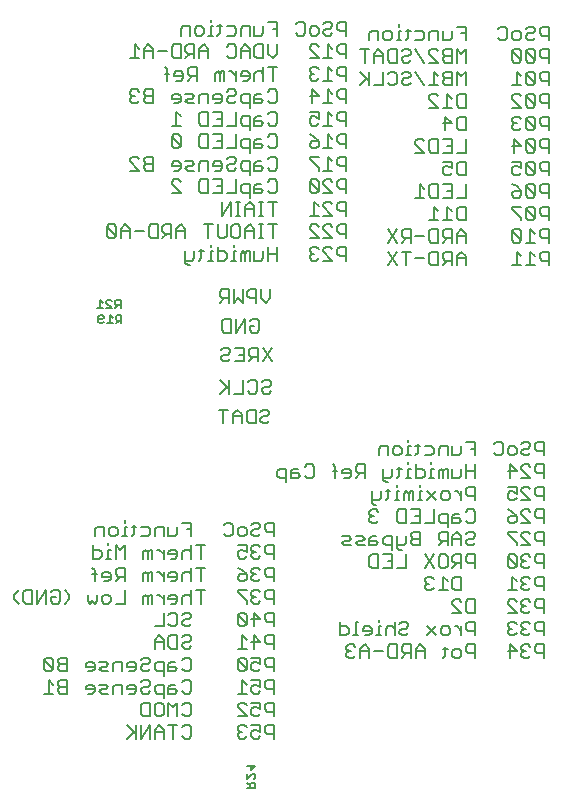
<source format=gbo>
G75*
%MOIN*%
%OFA0B0*%
%FSLAX25Y25*%
%IPPOS*%
%LPD*%
%AMOC8*
5,1,8,0,0,1.08239X$1,22.5*
%
%ADD10C,0.00500*%
D10*
X0059315Y0078250D02*
X0062317Y0078250D01*
X0060816Y0078250D02*
X0060816Y0082754D01*
X0062317Y0081253D01*
X0063919Y0081253D02*
X0064669Y0080502D01*
X0066921Y0080502D01*
X0064669Y0080502D02*
X0063919Y0079751D01*
X0063919Y0079001D01*
X0064669Y0078250D01*
X0066921Y0078250D01*
X0066921Y0082754D01*
X0064669Y0082754D01*
X0063919Y0082003D01*
X0063919Y0081253D01*
X0064669Y0085750D02*
X0066921Y0085750D01*
X0066921Y0090254D01*
X0064669Y0090254D01*
X0063919Y0089503D01*
X0063919Y0088753D01*
X0064669Y0088002D01*
X0066921Y0088002D01*
X0064669Y0088002D02*
X0063919Y0087251D01*
X0063919Y0086501D01*
X0064669Y0085750D01*
X0062317Y0086501D02*
X0059315Y0089503D01*
X0059315Y0086501D01*
X0060065Y0085750D01*
X0061567Y0085750D01*
X0062317Y0086501D01*
X0062317Y0089503D01*
X0061567Y0090254D01*
X0060065Y0090254D01*
X0059315Y0089503D01*
X0073126Y0088002D02*
X0073126Y0087251D01*
X0076129Y0087251D01*
X0076129Y0086501D02*
X0076129Y0088002D01*
X0075378Y0088753D01*
X0073877Y0088753D01*
X0073126Y0088002D01*
X0073877Y0085750D02*
X0075378Y0085750D01*
X0076129Y0086501D01*
X0077730Y0086501D02*
X0078481Y0087251D01*
X0079982Y0087251D01*
X0080733Y0088002D01*
X0079982Y0088753D01*
X0077730Y0088753D01*
X0077730Y0086501D02*
X0078481Y0085750D01*
X0080733Y0085750D01*
X0082334Y0085750D02*
X0082334Y0088002D01*
X0083085Y0088753D01*
X0085337Y0088753D01*
X0085337Y0085750D01*
X0086938Y0087251D02*
X0089941Y0087251D01*
X0089941Y0086501D02*
X0089941Y0088002D01*
X0089190Y0088753D01*
X0087689Y0088753D01*
X0086938Y0088002D01*
X0086938Y0087251D01*
X0087689Y0085750D02*
X0089190Y0085750D01*
X0089941Y0086501D01*
X0091542Y0086501D02*
X0092293Y0085750D01*
X0093794Y0085750D01*
X0094545Y0086501D01*
X0096146Y0086501D02*
X0096897Y0085750D01*
X0099149Y0085750D01*
X0099149Y0084249D02*
X0099149Y0088753D01*
X0096897Y0088753D01*
X0096146Y0088002D01*
X0096146Y0086501D01*
X0094545Y0088753D02*
X0093794Y0088002D01*
X0092293Y0088002D01*
X0091542Y0087251D01*
X0091542Y0086501D01*
X0091542Y0089503D02*
X0092293Y0090254D01*
X0093794Y0090254D01*
X0094545Y0089503D01*
X0094545Y0088753D01*
X0096146Y0093250D02*
X0096146Y0096253D01*
X0097647Y0097754D01*
X0099149Y0096253D01*
X0099149Y0093250D01*
X0100750Y0094001D02*
X0100750Y0097003D01*
X0101501Y0097754D01*
X0103753Y0097754D01*
X0103753Y0093250D01*
X0101501Y0093250D01*
X0100750Y0094001D01*
X0099149Y0095502D02*
X0096146Y0095502D01*
X0096146Y0100750D02*
X0099149Y0100750D01*
X0099149Y0105254D01*
X0100750Y0104503D02*
X0101501Y0105254D01*
X0103002Y0105254D01*
X0103753Y0104503D01*
X0103753Y0101501D01*
X0103002Y0100750D01*
X0101501Y0100750D01*
X0100750Y0101501D01*
X0105354Y0101501D02*
X0106105Y0100750D01*
X0107606Y0100750D01*
X0108356Y0101501D01*
X0107606Y0103002D02*
X0106105Y0103002D01*
X0105354Y0102251D01*
X0105354Y0101501D01*
X0107606Y0103002D02*
X0108356Y0103753D01*
X0108356Y0104503D01*
X0107606Y0105254D01*
X0106105Y0105254D01*
X0105354Y0104503D01*
X0105354Y0108250D02*
X0105354Y0110502D01*
X0106105Y0111253D01*
X0107606Y0111253D01*
X0108356Y0110502D01*
X0108356Y0112754D02*
X0108356Y0108250D01*
X0111459Y0108250D02*
X0111459Y0112754D01*
X0112960Y0112754D02*
X0109958Y0112754D01*
X0111459Y0115750D02*
X0111459Y0120254D01*
X0112960Y0120254D02*
X0109958Y0120254D01*
X0108356Y0120254D02*
X0108356Y0115750D01*
X0108356Y0118002D02*
X0107606Y0118753D01*
X0106105Y0118753D01*
X0105354Y0118002D01*
X0105354Y0115750D01*
X0103753Y0116501D02*
X0103753Y0118002D01*
X0103002Y0118753D01*
X0101501Y0118753D01*
X0100750Y0118002D01*
X0100750Y0117251D01*
X0103753Y0117251D01*
X0103753Y0116501D02*
X0103002Y0115750D01*
X0101501Y0115750D01*
X0099149Y0115750D02*
X0099149Y0118753D01*
X0099149Y0117251D02*
X0097647Y0118753D01*
X0096897Y0118753D01*
X0095312Y0118753D02*
X0095312Y0115750D01*
X0093811Y0115750D02*
X0093811Y0118002D01*
X0093060Y0118753D01*
X0092309Y0118002D01*
X0092309Y0115750D01*
X0093811Y0118002D02*
X0094561Y0118753D01*
X0095312Y0118753D01*
X0095312Y0123250D02*
X0095312Y0126253D01*
X0094561Y0126253D01*
X0093811Y0125502D01*
X0093060Y0126253D01*
X0092309Y0125502D01*
X0092309Y0123250D01*
X0093811Y0123250D02*
X0093811Y0125502D01*
X0096897Y0126253D02*
X0097647Y0126253D01*
X0099149Y0124751D01*
X0099149Y0123250D02*
X0099149Y0126253D01*
X0100750Y0125502D02*
X0100750Y0124751D01*
X0103753Y0124751D01*
X0103753Y0124001D02*
X0103753Y0125502D01*
X0103002Y0126253D01*
X0101501Y0126253D01*
X0100750Y0125502D01*
X0101501Y0123250D02*
X0103002Y0123250D01*
X0103753Y0124001D01*
X0105354Y0123250D02*
X0105354Y0125502D01*
X0106105Y0126253D01*
X0107606Y0126253D01*
X0108356Y0125502D01*
X0108356Y0127754D02*
X0108356Y0123250D01*
X0111459Y0123250D02*
X0111459Y0127754D01*
X0112960Y0127754D02*
X0109958Y0127754D01*
X0108356Y0130750D02*
X0108356Y0135254D01*
X0105354Y0135254D01*
X0103753Y0133753D02*
X0103753Y0131501D01*
X0103002Y0130750D01*
X0100750Y0130750D01*
X0100750Y0133753D01*
X0099149Y0133753D02*
X0096897Y0133753D01*
X0096146Y0133002D01*
X0096146Y0130750D01*
X0094545Y0131501D02*
X0094545Y0133002D01*
X0093794Y0133753D01*
X0091542Y0133753D01*
X0089941Y0133753D02*
X0088439Y0133753D01*
X0089190Y0134503D02*
X0089190Y0131501D01*
X0088439Y0130750D01*
X0086871Y0130750D02*
X0085370Y0130750D01*
X0086121Y0130750D02*
X0086121Y0133753D01*
X0086871Y0133753D01*
X0086121Y0135254D02*
X0086121Y0136004D01*
X0083802Y0133002D02*
X0083802Y0131501D01*
X0083052Y0130750D01*
X0081550Y0130750D01*
X0080800Y0131501D01*
X0080800Y0133002D01*
X0081550Y0133753D01*
X0083052Y0133753D01*
X0083802Y0133002D01*
X0079198Y0133753D02*
X0079198Y0130750D01*
X0080750Y0128504D02*
X0080750Y0127754D01*
X0080750Y0126253D02*
X0080750Y0123250D01*
X0081500Y0123250D02*
X0079999Y0123250D01*
X0078431Y0124001D02*
X0078431Y0125502D01*
X0077680Y0126253D01*
X0075428Y0126253D01*
X0075428Y0127754D02*
X0075428Y0123250D01*
X0077680Y0123250D01*
X0078431Y0124001D01*
X0080750Y0126253D02*
X0081500Y0126253D01*
X0083102Y0127754D02*
X0083102Y0123250D01*
X0086104Y0123250D02*
X0086104Y0127754D01*
X0084603Y0126253D01*
X0083102Y0127754D01*
X0079198Y0133753D02*
X0076946Y0133753D01*
X0076196Y0133002D01*
X0076196Y0130750D01*
X0075395Y0120254D02*
X0076146Y0119503D01*
X0076146Y0115750D01*
X0076896Y0118002D02*
X0075395Y0118002D01*
X0078498Y0118002D02*
X0078498Y0117251D01*
X0081500Y0117251D01*
X0081500Y0116501D02*
X0081500Y0118002D01*
X0080750Y0118753D01*
X0079248Y0118753D01*
X0078498Y0118002D01*
X0079248Y0115750D02*
X0080750Y0115750D01*
X0081500Y0116501D01*
X0083102Y0115750D02*
X0084603Y0117251D01*
X0083852Y0117251D02*
X0086104Y0117251D01*
X0086104Y0115750D02*
X0086104Y0120254D01*
X0083852Y0120254D01*
X0083102Y0119503D01*
X0083102Y0118002D01*
X0083852Y0117251D01*
X0086104Y0112754D02*
X0086104Y0108250D01*
X0083102Y0108250D01*
X0081500Y0109001D02*
X0080750Y0108250D01*
X0079248Y0108250D01*
X0078498Y0109001D01*
X0078498Y0110502D01*
X0079248Y0111253D01*
X0080750Y0111253D01*
X0081500Y0110502D01*
X0081500Y0109001D01*
X0076896Y0109001D02*
X0076896Y0111253D01*
X0076896Y0109001D02*
X0076146Y0108250D01*
X0075395Y0109001D01*
X0074644Y0108250D01*
X0073894Y0109001D01*
X0073894Y0111253D01*
X0067688Y0111253D02*
X0067688Y0109751D01*
X0066187Y0108250D01*
X0064619Y0109001D02*
X0064619Y0112003D01*
X0063869Y0112754D01*
X0062367Y0112754D01*
X0061617Y0112003D01*
X0061617Y0110502D02*
X0063118Y0110502D01*
X0061617Y0110502D02*
X0061617Y0109001D01*
X0062367Y0108250D01*
X0063869Y0108250D01*
X0064619Y0109001D01*
X0067688Y0111253D02*
X0066187Y0112754D01*
X0060015Y0112754D02*
X0060015Y0108250D01*
X0057013Y0108250D02*
X0057013Y0112754D01*
X0055411Y0112754D02*
X0055411Y0108250D01*
X0053159Y0108250D01*
X0052409Y0109001D01*
X0052409Y0112003D01*
X0053159Y0112754D01*
X0055411Y0112754D01*
X0060015Y0112754D02*
X0057013Y0108250D01*
X0050807Y0108250D02*
X0049306Y0109751D01*
X0049306Y0111253D01*
X0050807Y0112754D01*
X0073877Y0081253D02*
X0073126Y0080502D01*
X0073126Y0079751D01*
X0076129Y0079751D01*
X0076129Y0079001D02*
X0076129Y0080502D01*
X0075378Y0081253D01*
X0073877Y0081253D01*
X0073877Y0078250D02*
X0075378Y0078250D01*
X0076129Y0079001D01*
X0077730Y0079001D02*
X0078481Y0079751D01*
X0079982Y0079751D01*
X0080733Y0080502D01*
X0079982Y0081253D01*
X0077730Y0081253D01*
X0077730Y0079001D02*
X0078481Y0078250D01*
X0080733Y0078250D01*
X0082334Y0078250D02*
X0082334Y0080502D01*
X0083085Y0081253D01*
X0085337Y0081253D01*
X0085337Y0078250D01*
X0086938Y0079751D02*
X0089941Y0079751D01*
X0089941Y0079001D02*
X0089941Y0080502D01*
X0089190Y0081253D01*
X0087689Y0081253D01*
X0086938Y0080502D01*
X0086938Y0079751D01*
X0087689Y0078250D02*
X0089190Y0078250D01*
X0089941Y0079001D01*
X0091542Y0079001D02*
X0091542Y0079751D01*
X0092293Y0080502D01*
X0093794Y0080502D01*
X0094545Y0081253D01*
X0094545Y0082003D01*
X0093794Y0082754D01*
X0092293Y0082754D01*
X0091542Y0082003D01*
X0091542Y0079001D02*
X0092293Y0078250D01*
X0093794Y0078250D01*
X0094545Y0079001D01*
X0096146Y0079001D02*
X0096146Y0080502D01*
X0096897Y0081253D01*
X0099149Y0081253D01*
X0099149Y0076749D01*
X0099149Y0078250D02*
X0096897Y0078250D01*
X0096146Y0079001D01*
X0096897Y0075254D02*
X0096146Y0074503D01*
X0096146Y0071501D01*
X0096897Y0070750D01*
X0098398Y0070750D01*
X0099149Y0071501D01*
X0099149Y0074503D01*
X0098398Y0075254D01*
X0096897Y0075254D01*
X0094545Y0075254D02*
X0094545Y0070750D01*
X0092293Y0070750D01*
X0091542Y0071501D01*
X0091542Y0074503D01*
X0092293Y0075254D01*
X0094545Y0075254D01*
X0100750Y0075254D02*
X0100750Y0070750D01*
X0100750Y0067754D02*
X0103753Y0067754D01*
X0102251Y0067754D02*
X0102251Y0063250D01*
X0099149Y0063250D02*
X0099149Y0066253D01*
X0097647Y0067754D01*
X0096146Y0066253D01*
X0096146Y0063250D01*
X0094545Y0063250D02*
X0094545Y0067754D01*
X0091542Y0063250D01*
X0091542Y0067754D01*
X0089941Y0067754D02*
X0089941Y0063250D01*
X0089941Y0064751D02*
X0086938Y0067754D01*
X0089190Y0065502D02*
X0086938Y0063250D01*
X0096146Y0065502D02*
X0099149Y0065502D01*
X0105354Y0067003D02*
X0106105Y0067754D01*
X0107606Y0067754D01*
X0108356Y0067003D01*
X0108356Y0064001D01*
X0107606Y0063250D01*
X0106105Y0063250D01*
X0105354Y0064001D01*
X0106105Y0070750D02*
X0105354Y0071501D01*
X0106105Y0070750D02*
X0107606Y0070750D01*
X0108356Y0071501D01*
X0108356Y0074503D01*
X0107606Y0075254D01*
X0106105Y0075254D01*
X0105354Y0074503D01*
X0103753Y0075254D02*
X0103753Y0070750D01*
X0102251Y0073753D02*
X0100750Y0075254D01*
X0102251Y0073753D02*
X0103753Y0075254D01*
X0103002Y0078250D02*
X0100750Y0078250D01*
X0100750Y0080502D01*
X0101501Y0081253D01*
X0103002Y0081253D01*
X0103002Y0079751D02*
X0100750Y0079751D01*
X0103002Y0079751D02*
X0103753Y0079001D01*
X0103002Y0078250D01*
X0105354Y0079001D02*
X0106105Y0078250D01*
X0107606Y0078250D01*
X0108356Y0079001D01*
X0108356Y0082003D01*
X0107606Y0082754D01*
X0106105Y0082754D01*
X0105354Y0082003D01*
X0106105Y0085750D02*
X0105354Y0086501D01*
X0106105Y0085750D02*
X0107606Y0085750D01*
X0108356Y0086501D01*
X0108356Y0089503D01*
X0107606Y0090254D01*
X0106105Y0090254D01*
X0105354Y0089503D01*
X0103002Y0088753D02*
X0101501Y0088753D01*
X0100750Y0088002D01*
X0100750Y0085750D01*
X0103002Y0085750D01*
X0103753Y0086501D01*
X0103002Y0087251D01*
X0100750Y0087251D01*
X0106105Y0093250D02*
X0107606Y0093250D01*
X0108356Y0094001D01*
X0107606Y0095502D02*
X0106105Y0095502D01*
X0105354Y0094751D01*
X0105354Y0094001D01*
X0106105Y0093250D01*
X0107606Y0095502D02*
X0108356Y0096253D01*
X0108356Y0097003D01*
X0107606Y0097754D01*
X0106105Y0097754D01*
X0105354Y0097003D01*
X0103002Y0108250D02*
X0101501Y0108250D01*
X0103002Y0108250D02*
X0103753Y0109001D01*
X0103753Y0110502D01*
X0103002Y0111253D01*
X0101501Y0111253D01*
X0100750Y0110502D01*
X0100750Y0109751D01*
X0103753Y0109751D01*
X0099149Y0109751D02*
X0097647Y0111253D01*
X0096897Y0111253D01*
X0095312Y0111253D02*
X0095312Y0108250D01*
X0093811Y0108250D02*
X0093811Y0110502D01*
X0093060Y0111253D01*
X0092309Y0110502D01*
X0092309Y0108250D01*
X0093811Y0110502D02*
X0094561Y0111253D01*
X0095312Y0111253D01*
X0099149Y0111253D02*
X0099149Y0108250D01*
X0099149Y0130750D02*
X0099149Y0133753D01*
X0094545Y0131501D02*
X0093794Y0130750D01*
X0091542Y0130750D01*
X0106855Y0133002D02*
X0108356Y0133002D01*
X0119166Y0134503D02*
X0119916Y0135254D01*
X0121418Y0135254D01*
X0122168Y0134503D01*
X0122168Y0131501D01*
X0121418Y0130750D01*
X0119916Y0130750D01*
X0119166Y0131501D01*
X0123770Y0131501D02*
X0123770Y0133002D01*
X0124520Y0133753D01*
X0126022Y0133753D01*
X0126772Y0133002D01*
X0126772Y0131501D01*
X0126022Y0130750D01*
X0124520Y0130750D01*
X0123770Y0131501D01*
X0123770Y0127754D02*
X0126772Y0127754D01*
X0126772Y0125502D01*
X0125271Y0126253D01*
X0124520Y0126253D01*
X0123770Y0125502D01*
X0123770Y0124001D01*
X0124520Y0123250D01*
X0126022Y0123250D01*
X0126772Y0124001D01*
X0128374Y0124001D02*
X0129124Y0123250D01*
X0130625Y0123250D01*
X0131376Y0124001D01*
X0129875Y0125502D02*
X0129124Y0125502D01*
X0128374Y0124751D01*
X0128374Y0124001D01*
X0129124Y0125502D02*
X0128374Y0126253D01*
X0128374Y0127003D01*
X0129124Y0127754D01*
X0130625Y0127754D01*
X0131376Y0127003D01*
X0132977Y0127003D02*
X0132977Y0125502D01*
X0133728Y0124751D01*
X0135980Y0124751D01*
X0135980Y0123250D02*
X0135980Y0127754D01*
X0133728Y0127754D01*
X0132977Y0127003D01*
X0130625Y0130750D02*
X0131376Y0131501D01*
X0130625Y0130750D02*
X0129124Y0130750D01*
X0128374Y0131501D01*
X0128374Y0132251D01*
X0129124Y0133002D01*
X0130625Y0133002D01*
X0131376Y0133753D01*
X0131376Y0134503D01*
X0130625Y0135254D01*
X0129124Y0135254D01*
X0128374Y0134503D01*
X0132977Y0134503D02*
X0132977Y0133002D01*
X0133728Y0132251D01*
X0135980Y0132251D01*
X0135980Y0130750D02*
X0135980Y0135254D01*
X0133728Y0135254D01*
X0132977Y0134503D01*
X0133728Y0120254D02*
X0132977Y0119503D01*
X0132977Y0118002D01*
X0133728Y0117251D01*
X0135980Y0117251D01*
X0135980Y0115750D02*
X0135980Y0120254D01*
X0133728Y0120254D01*
X0131376Y0119503D02*
X0130625Y0120254D01*
X0129124Y0120254D01*
X0128374Y0119503D01*
X0128374Y0118753D01*
X0129124Y0118002D01*
X0128374Y0117251D01*
X0128374Y0116501D01*
X0129124Y0115750D01*
X0130625Y0115750D01*
X0131376Y0116501D01*
X0129875Y0118002D02*
X0129124Y0118002D01*
X0126772Y0118002D02*
X0126772Y0116501D01*
X0126022Y0115750D01*
X0124520Y0115750D01*
X0123770Y0116501D01*
X0123770Y0117251D01*
X0124520Y0118002D01*
X0126772Y0118002D01*
X0125271Y0119503D01*
X0123770Y0120254D01*
X0123770Y0112754D02*
X0123770Y0112003D01*
X0126772Y0109001D01*
X0126772Y0108250D01*
X0128374Y0109001D02*
X0129124Y0108250D01*
X0130625Y0108250D01*
X0131376Y0109001D01*
X0129875Y0110502D02*
X0129124Y0110502D01*
X0128374Y0109751D01*
X0128374Y0109001D01*
X0129124Y0110502D02*
X0128374Y0111253D01*
X0128374Y0112003D01*
X0129124Y0112754D01*
X0130625Y0112754D01*
X0131376Y0112003D01*
X0132977Y0112003D02*
X0132977Y0110502D01*
X0133728Y0109751D01*
X0135980Y0109751D01*
X0135980Y0108250D02*
X0135980Y0112754D01*
X0133728Y0112754D01*
X0132977Y0112003D01*
X0133728Y0105254D02*
X0132977Y0104503D01*
X0132977Y0103002D01*
X0133728Y0102251D01*
X0135980Y0102251D01*
X0135980Y0100750D02*
X0135980Y0105254D01*
X0133728Y0105254D01*
X0131376Y0103002D02*
X0128374Y0103002D01*
X0126772Y0104503D02*
X0126022Y0105254D01*
X0124520Y0105254D01*
X0123770Y0104503D01*
X0126772Y0101501D01*
X0126022Y0100750D01*
X0124520Y0100750D01*
X0123770Y0101501D01*
X0123770Y0104503D01*
X0126772Y0104503D02*
X0126772Y0101501D01*
X0129124Y0100750D02*
X0129124Y0105254D01*
X0131376Y0103002D01*
X0129124Y0097754D02*
X0131376Y0095502D01*
X0128374Y0095502D01*
X0126772Y0096253D02*
X0125271Y0097754D01*
X0125271Y0093250D01*
X0126772Y0093250D02*
X0123770Y0093250D01*
X0124520Y0090254D02*
X0123770Y0089503D01*
X0126772Y0086501D01*
X0126022Y0085750D01*
X0124520Y0085750D01*
X0123770Y0086501D01*
X0123770Y0089503D01*
X0124520Y0090254D02*
X0126022Y0090254D01*
X0126772Y0089503D01*
X0126772Y0086501D01*
X0128374Y0086501D02*
X0129124Y0085750D01*
X0130625Y0085750D01*
X0131376Y0086501D01*
X0131376Y0088002D02*
X0129875Y0088753D01*
X0129124Y0088753D01*
X0128374Y0088002D01*
X0128374Y0086501D01*
X0131376Y0088002D02*
X0131376Y0090254D01*
X0128374Y0090254D01*
X0129124Y0093250D02*
X0129124Y0097754D01*
X0132977Y0097003D02*
X0132977Y0095502D01*
X0133728Y0094751D01*
X0135980Y0094751D01*
X0135980Y0093250D02*
X0135980Y0097754D01*
X0133728Y0097754D01*
X0132977Y0097003D01*
X0133728Y0090254D02*
X0132977Y0089503D01*
X0132977Y0088002D01*
X0133728Y0087251D01*
X0135980Y0087251D01*
X0135980Y0085750D02*
X0135980Y0090254D01*
X0133728Y0090254D01*
X0133728Y0082754D02*
X0132977Y0082003D01*
X0132977Y0080502D01*
X0133728Y0079751D01*
X0135980Y0079751D01*
X0135980Y0078250D02*
X0135980Y0082754D01*
X0133728Y0082754D01*
X0131376Y0082754D02*
X0131376Y0080502D01*
X0129875Y0081253D01*
X0129124Y0081253D01*
X0128374Y0080502D01*
X0128374Y0079001D01*
X0129124Y0078250D01*
X0130625Y0078250D01*
X0131376Y0079001D01*
X0131376Y0075254D02*
X0128374Y0075254D01*
X0129124Y0073753D02*
X0128374Y0073002D01*
X0128374Y0071501D01*
X0129124Y0070750D01*
X0130625Y0070750D01*
X0131376Y0071501D01*
X0131376Y0073002D02*
X0129875Y0073753D01*
X0129124Y0073753D01*
X0131376Y0073002D02*
X0131376Y0075254D01*
X0132977Y0074503D02*
X0132977Y0073002D01*
X0133728Y0072251D01*
X0135980Y0072251D01*
X0135980Y0070750D02*
X0135980Y0075254D01*
X0133728Y0075254D01*
X0132977Y0074503D01*
X0133728Y0067754D02*
X0132977Y0067003D01*
X0132977Y0065502D01*
X0133728Y0064751D01*
X0135980Y0064751D01*
X0135980Y0063250D02*
X0135980Y0067754D01*
X0133728Y0067754D01*
X0131376Y0067754D02*
X0131376Y0065502D01*
X0129875Y0066253D01*
X0129124Y0066253D01*
X0128374Y0065502D01*
X0128374Y0064001D01*
X0129124Y0063250D01*
X0130625Y0063250D01*
X0131376Y0064001D01*
X0131376Y0067754D02*
X0128374Y0067754D01*
X0126772Y0067003D02*
X0126022Y0067754D01*
X0124520Y0067754D01*
X0123770Y0067003D01*
X0123770Y0066253D01*
X0124520Y0065502D01*
X0123770Y0064751D01*
X0123770Y0064001D01*
X0124520Y0063250D01*
X0126022Y0063250D01*
X0126772Y0064001D01*
X0125271Y0065502D02*
X0124520Y0065502D01*
X0123770Y0070750D02*
X0126772Y0070750D01*
X0123770Y0073753D01*
X0123770Y0074503D01*
X0124520Y0075254D01*
X0126022Y0075254D01*
X0126772Y0074503D01*
X0126772Y0078250D02*
X0123770Y0078250D01*
X0125271Y0078250D02*
X0125271Y0082754D01*
X0126772Y0081253D01*
X0128374Y0082754D02*
X0131376Y0082754D01*
X0128291Y0054525D02*
X0128291Y0052723D01*
X0129642Y0054074D01*
X0126940Y0054074D01*
X0126940Y0051578D02*
X0126940Y0049777D01*
X0128742Y0051578D01*
X0129192Y0051578D01*
X0129642Y0051128D01*
X0129642Y0050227D01*
X0129192Y0049777D01*
X0129192Y0048632D02*
X0128291Y0048632D01*
X0127841Y0048181D01*
X0127841Y0046830D01*
X0127841Y0047731D02*
X0126940Y0048632D01*
X0126940Y0046830D02*
X0129642Y0046830D01*
X0129642Y0048181D01*
X0129192Y0048632D01*
X0160828Y0090240D02*
X0162329Y0090240D01*
X0163080Y0090991D01*
X0164681Y0090240D02*
X0164681Y0093243D01*
X0166182Y0094744D01*
X0167684Y0093243D01*
X0167684Y0090240D01*
X0167684Y0092492D02*
X0164681Y0092492D01*
X0163080Y0093993D02*
X0162329Y0094744D01*
X0160828Y0094744D01*
X0160077Y0093993D01*
X0160077Y0093243D01*
X0160828Y0092492D01*
X0160077Y0091741D01*
X0160077Y0090991D01*
X0160828Y0090240D01*
X0160828Y0092492D02*
X0161578Y0092492D01*
X0162346Y0097740D02*
X0163847Y0097740D01*
X0163096Y0097740D02*
X0163096Y0102244D01*
X0163847Y0102244D01*
X0165448Y0099992D02*
X0165448Y0099241D01*
X0168451Y0099241D01*
X0168451Y0098491D02*
X0168451Y0099992D01*
X0167700Y0100743D01*
X0166199Y0100743D01*
X0165448Y0099992D01*
X0166199Y0097740D02*
X0167700Y0097740D01*
X0168451Y0098491D01*
X0170019Y0097740D02*
X0171520Y0097740D01*
X0170770Y0097740D02*
X0170770Y0100743D01*
X0171520Y0100743D01*
X0170770Y0102244D02*
X0170770Y0102994D01*
X0173122Y0099992D02*
X0173122Y0097740D01*
X0173122Y0099992D02*
X0173872Y0100743D01*
X0175373Y0100743D01*
X0176124Y0099992D01*
X0177726Y0099241D02*
X0177726Y0098491D01*
X0178476Y0097740D01*
X0179977Y0097740D01*
X0180728Y0098491D01*
X0179977Y0099992D02*
X0178476Y0099992D01*
X0177726Y0099241D01*
X0176124Y0097740D02*
X0176124Y0102244D01*
X0177726Y0101493D02*
X0178476Y0102244D01*
X0179977Y0102244D01*
X0180728Y0101493D01*
X0180728Y0100743D01*
X0179977Y0099992D01*
X0179243Y0094744D02*
X0178493Y0093993D01*
X0178493Y0092492D01*
X0179243Y0091741D01*
X0181495Y0091741D01*
X0179994Y0091741D02*
X0178493Y0090240D01*
X0176891Y0090240D02*
X0176891Y0094744D01*
X0174640Y0094744D01*
X0173889Y0093993D01*
X0173889Y0090991D01*
X0174640Y0090240D01*
X0176891Y0090240D01*
X0179243Y0094744D02*
X0181495Y0094744D01*
X0181495Y0090240D01*
X0183097Y0090240D02*
X0183097Y0093243D01*
X0184598Y0094744D01*
X0186099Y0093243D01*
X0186099Y0090240D01*
X0186099Y0092492D02*
X0183097Y0092492D01*
X0186933Y0097740D02*
X0189936Y0100743D01*
X0191537Y0099992D02*
X0192288Y0100743D01*
X0193789Y0100743D01*
X0194540Y0099992D01*
X0194540Y0098491D01*
X0193789Y0097740D01*
X0192288Y0097740D01*
X0191537Y0098491D01*
X0191537Y0099992D01*
X0189936Y0097740D02*
X0186933Y0100743D01*
X0193022Y0093993D02*
X0193022Y0090991D01*
X0192271Y0090240D01*
X0192271Y0093243D02*
X0193773Y0093243D01*
X0195374Y0092492D02*
X0195374Y0090991D01*
X0196125Y0090240D01*
X0197626Y0090240D01*
X0198376Y0090991D01*
X0198376Y0092492D01*
X0197626Y0093243D01*
X0196125Y0093243D01*
X0195374Y0092492D01*
X0199978Y0092492D02*
X0200728Y0091741D01*
X0202980Y0091741D01*
X0202980Y0090240D02*
X0202980Y0094744D01*
X0200728Y0094744D01*
X0199978Y0093993D01*
X0199978Y0092492D01*
X0198376Y0097740D02*
X0198376Y0100743D01*
X0196875Y0100743D02*
X0198376Y0099241D01*
X0199978Y0099992D02*
X0200728Y0099241D01*
X0202980Y0099241D01*
X0202980Y0097740D02*
X0202980Y0102244D01*
X0200728Y0102244D01*
X0199978Y0101493D01*
X0199978Y0099992D01*
X0196875Y0100743D02*
X0196125Y0100743D01*
X0195374Y0105240D02*
X0198376Y0105240D01*
X0195374Y0108243D01*
X0195374Y0108993D01*
X0196125Y0109744D01*
X0197626Y0109744D01*
X0198376Y0108993D01*
X0199978Y0108993D02*
X0200728Y0109744D01*
X0202980Y0109744D01*
X0202980Y0105240D01*
X0200728Y0105240D01*
X0199978Y0105991D01*
X0199978Y0108993D01*
X0198376Y0112740D02*
X0196125Y0112740D01*
X0195374Y0113491D01*
X0195374Y0116493D01*
X0196125Y0117244D01*
X0198376Y0117244D01*
X0198376Y0112740D01*
X0193773Y0112740D02*
X0190770Y0112740D01*
X0192271Y0112740D02*
X0192271Y0117244D01*
X0193773Y0115743D01*
X0193022Y0120240D02*
X0191521Y0120240D01*
X0190770Y0120991D01*
X0190770Y0123993D01*
X0191521Y0124744D01*
X0193022Y0124744D01*
X0193773Y0123993D01*
X0193773Y0120991D01*
X0193022Y0120240D01*
X0195374Y0120240D02*
X0196875Y0121741D01*
X0196125Y0121741D02*
X0198376Y0121741D01*
X0198376Y0120240D02*
X0198376Y0124744D01*
X0196125Y0124744D01*
X0195374Y0123993D01*
X0195374Y0122492D01*
X0196125Y0121741D01*
X0199978Y0122492D02*
X0199978Y0123993D01*
X0200728Y0124744D01*
X0202980Y0124744D01*
X0202980Y0120240D01*
X0202980Y0121741D02*
X0200728Y0121741D01*
X0199978Y0122492D01*
X0200728Y0127740D02*
X0199978Y0128491D01*
X0199978Y0129241D01*
X0200728Y0129992D01*
X0202230Y0129992D01*
X0202980Y0130743D01*
X0202980Y0131493D01*
X0202230Y0132244D01*
X0200728Y0132244D01*
X0199978Y0131493D01*
X0198376Y0130743D02*
X0196875Y0132244D01*
X0195374Y0130743D01*
X0195374Y0127740D01*
X0193773Y0127740D02*
X0193773Y0132244D01*
X0191521Y0132244D01*
X0190770Y0131493D01*
X0190770Y0129992D01*
X0191521Y0129241D01*
X0193773Y0129241D01*
X0192271Y0129241D02*
X0190770Y0127740D01*
X0189169Y0124744D02*
X0186166Y0120240D01*
X0189169Y0120240D02*
X0186166Y0124744D01*
X0184565Y0127740D02*
X0182313Y0127740D01*
X0181562Y0128491D01*
X0181562Y0129241D01*
X0182313Y0129992D01*
X0184565Y0129992D01*
X0184565Y0132244D02*
X0182313Y0132244D01*
X0181562Y0131493D01*
X0181562Y0130743D01*
X0182313Y0129992D01*
X0179961Y0130743D02*
X0179961Y0128491D01*
X0179210Y0127740D01*
X0176958Y0127740D01*
X0176958Y0126989D02*
X0177709Y0126239D01*
X0178459Y0126239D01*
X0176958Y0126989D02*
X0176958Y0130743D01*
X0175357Y0130743D02*
X0173105Y0130743D01*
X0172354Y0129992D01*
X0172354Y0128491D01*
X0173105Y0127740D01*
X0175357Y0127740D01*
X0175357Y0126239D02*
X0175357Y0130743D01*
X0177709Y0135240D02*
X0176958Y0135991D01*
X0176958Y0138993D01*
X0177709Y0139744D01*
X0179961Y0139744D01*
X0179961Y0135240D01*
X0177709Y0135240D01*
X0181562Y0135240D02*
X0184565Y0135240D01*
X0184565Y0139744D01*
X0181562Y0139744D01*
X0183063Y0137492D02*
X0184565Y0137492D01*
X0186166Y0135240D02*
X0189169Y0135240D01*
X0189169Y0139744D01*
X0190770Y0137492D02*
X0190770Y0135991D01*
X0191521Y0135240D01*
X0193773Y0135240D01*
X0193773Y0133739D02*
X0193773Y0138243D01*
X0191521Y0138243D01*
X0190770Y0137492D01*
X0195374Y0137492D02*
X0195374Y0135240D01*
X0197626Y0135240D01*
X0198376Y0135991D01*
X0197626Y0136741D01*
X0195374Y0136741D01*
X0195374Y0137492D02*
X0196125Y0138243D01*
X0197626Y0138243D01*
X0199978Y0138993D02*
X0200728Y0139744D01*
X0202230Y0139744D01*
X0202980Y0138993D01*
X0202980Y0135991D01*
X0202230Y0135240D01*
X0200728Y0135240D01*
X0199978Y0135991D01*
X0198376Y0130743D02*
X0198376Y0127740D01*
X0198376Y0129992D02*
X0195374Y0129992D01*
X0200728Y0127740D02*
X0202230Y0127740D01*
X0202980Y0128491D01*
X0213790Y0131493D02*
X0216792Y0128491D01*
X0216792Y0127740D01*
X0218394Y0127740D02*
X0221396Y0127740D01*
X0218394Y0130743D01*
X0218394Y0131493D01*
X0219144Y0132244D01*
X0220645Y0132244D01*
X0221396Y0131493D01*
X0222997Y0131493D02*
X0222997Y0129992D01*
X0223748Y0129241D01*
X0226000Y0129241D01*
X0226000Y0127740D02*
X0226000Y0132244D01*
X0223748Y0132244D01*
X0222997Y0131493D01*
X0221396Y0135240D02*
X0218394Y0135240D01*
X0216792Y0135991D02*
X0216792Y0137492D01*
X0214540Y0137492D01*
X0213790Y0136741D01*
X0213790Y0135991D01*
X0214540Y0135240D01*
X0216041Y0135240D01*
X0216792Y0135991D01*
X0216792Y0137492D02*
X0215291Y0138993D01*
X0213790Y0139744D01*
X0214540Y0142740D02*
X0216041Y0142740D01*
X0216792Y0143491D01*
X0216792Y0144992D02*
X0215291Y0145743D01*
X0214540Y0145743D01*
X0213790Y0144992D01*
X0213790Y0143491D01*
X0214540Y0142740D01*
X0216792Y0144992D02*
X0216792Y0147244D01*
X0213790Y0147244D01*
X0214540Y0150240D02*
X0214540Y0154744D01*
X0216792Y0152492D01*
X0213790Y0152492D01*
X0214540Y0157740D02*
X0213790Y0158491D01*
X0213790Y0159992D01*
X0214540Y0160743D01*
X0216041Y0160743D01*
X0216792Y0159992D01*
X0216792Y0158491D01*
X0216041Y0157740D01*
X0214540Y0157740D01*
X0212188Y0158491D02*
X0211438Y0157740D01*
X0209936Y0157740D01*
X0209186Y0158491D01*
X0209186Y0161493D02*
X0209936Y0162244D01*
X0211438Y0162244D01*
X0212188Y0161493D01*
X0212188Y0158491D01*
X0218394Y0158491D02*
X0219144Y0157740D01*
X0220645Y0157740D01*
X0221396Y0158491D01*
X0220645Y0159992D02*
X0219144Y0159992D01*
X0218394Y0159241D01*
X0218394Y0158491D01*
X0220645Y0159992D02*
X0221396Y0160743D01*
X0221396Y0161493D01*
X0220645Y0162244D01*
X0219144Y0162244D01*
X0218394Y0161493D01*
X0222997Y0161493D02*
X0222997Y0159992D01*
X0223748Y0159241D01*
X0226000Y0159241D01*
X0226000Y0157740D02*
X0226000Y0162244D01*
X0223748Y0162244D01*
X0222997Y0161493D01*
X0223748Y0154744D02*
X0222997Y0153993D01*
X0222997Y0152492D01*
X0223748Y0151741D01*
X0226000Y0151741D01*
X0226000Y0150240D02*
X0226000Y0154744D01*
X0223748Y0154744D01*
X0221396Y0153993D02*
X0220645Y0154744D01*
X0219144Y0154744D01*
X0218394Y0153993D01*
X0218394Y0153243D01*
X0221396Y0150240D01*
X0218394Y0150240D01*
X0219144Y0147244D02*
X0220645Y0147244D01*
X0221396Y0146493D01*
X0222997Y0146493D02*
X0222997Y0144992D01*
X0223748Y0144241D01*
X0226000Y0144241D01*
X0226000Y0142740D02*
X0226000Y0147244D01*
X0223748Y0147244D01*
X0222997Y0146493D01*
X0219144Y0147244D02*
X0218394Y0146493D01*
X0218394Y0145743D01*
X0221396Y0142740D01*
X0218394Y0142740D01*
X0219144Y0139744D02*
X0220645Y0139744D01*
X0221396Y0138993D01*
X0222997Y0138993D02*
X0222997Y0137492D01*
X0223748Y0136741D01*
X0226000Y0136741D01*
X0226000Y0135240D02*
X0226000Y0139744D01*
X0223748Y0139744D01*
X0222997Y0138993D01*
X0219144Y0139744D02*
X0218394Y0138993D01*
X0218394Y0138243D01*
X0221396Y0135240D01*
X0216792Y0132244D02*
X0213790Y0132244D01*
X0213790Y0131493D01*
X0214540Y0124744D02*
X0213790Y0123993D01*
X0216792Y0120991D01*
X0216041Y0120240D01*
X0214540Y0120240D01*
X0213790Y0120991D01*
X0213790Y0123993D01*
X0214540Y0124744D02*
X0216041Y0124744D01*
X0216792Y0123993D01*
X0216792Y0120991D01*
X0218394Y0120991D02*
X0219144Y0120240D01*
X0220645Y0120240D01*
X0221396Y0120991D01*
X0219895Y0122492D02*
X0219144Y0122492D01*
X0218394Y0121741D01*
X0218394Y0120991D01*
X0219144Y0122492D02*
X0218394Y0123243D01*
X0218394Y0123993D01*
X0219144Y0124744D01*
X0220645Y0124744D01*
X0221396Y0123993D01*
X0222997Y0123993D02*
X0222997Y0122492D01*
X0223748Y0121741D01*
X0226000Y0121741D01*
X0226000Y0120240D02*
X0226000Y0124744D01*
X0223748Y0124744D01*
X0222997Y0123993D01*
X0223748Y0117244D02*
X0222997Y0116493D01*
X0222997Y0114992D01*
X0223748Y0114241D01*
X0226000Y0114241D01*
X0226000Y0112740D02*
X0226000Y0117244D01*
X0223748Y0117244D01*
X0221396Y0116493D02*
X0220645Y0117244D01*
X0219144Y0117244D01*
X0218394Y0116493D01*
X0218394Y0115743D01*
X0219144Y0114992D01*
X0218394Y0114241D01*
X0218394Y0113491D01*
X0219144Y0112740D01*
X0220645Y0112740D01*
X0221396Y0113491D01*
X0219895Y0114992D02*
X0219144Y0114992D01*
X0216792Y0115743D02*
X0215291Y0117244D01*
X0215291Y0112740D01*
X0216792Y0112740D02*
X0213790Y0112740D01*
X0214540Y0109744D02*
X0216041Y0109744D01*
X0216792Y0108993D01*
X0218394Y0108993D02*
X0218394Y0108243D01*
X0219144Y0107492D01*
X0218394Y0106741D01*
X0218394Y0105991D01*
X0219144Y0105240D01*
X0220645Y0105240D01*
X0221396Y0105991D01*
X0219895Y0107492D02*
X0219144Y0107492D01*
X0218394Y0108993D02*
X0219144Y0109744D01*
X0220645Y0109744D01*
X0221396Y0108993D01*
X0222997Y0108993D02*
X0222997Y0107492D01*
X0223748Y0106741D01*
X0226000Y0106741D01*
X0226000Y0105240D02*
X0226000Y0109744D01*
X0223748Y0109744D01*
X0222997Y0108993D01*
X0223748Y0102244D02*
X0222997Y0101493D01*
X0222997Y0099992D01*
X0223748Y0099241D01*
X0226000Y0099241D01*
X0226000Y0097740D02*
X0226000Y0102244D01*
X0223748Y0102244D01*
X0221396Y0101493D02*
X0220645Y0102244D01*
X0219144Y0102244D01*
X0218394Y0101493D01*
X0218394Y0100743D01*
X0219144Y0099992D01*
X0218394Y0099241D01*
X0218394Y0098491D01*
X0219144Y0097740D01*
X0220645Y0097740D01*
X0221396Y0098491D01*
X0219895Y0099992D02*
X0219144Y0099992D01*
X0216792Y0101493D02*
X0216041Y0102244D01*
X0214540Y0102244D01*
X0213790Y0101493D01*
X0213790Y0100743D01*
X0214540Y0099992D01*
X0213790Y0099241D01*
X0213790Y0098491D01*
X0214540Y0097740D01*
X0216041Y0097740D01*
X0216792Y0098491D01*
X0215291Y0099992D02*
X0214540Y0099992D01*
X0214540Y0094744D02*
X0216792Y0092492D01*
X0213790Y0092492D01*
X0214540Y0090240D02*
X0214540Y0094744D01*
X0218394Y0093993D02*
X0218394Y0093243D01*
X0219144Y0092492D01*
X0218394Y0091741D01*
X0218394Y0090991D01*
X0219144Y0090240D01*
X0220645Y0090240D01*
X0221396Y0090991D01*
X0219895Y0092492D02*
X0219144Y0092492D01*
X0218394Y0093993D02*
X0219144Y0094744D01*
X0220645Y0094744D01*
X0221396Y0093993D01*
X0222997Y0093993D02*
X0222997Y0092492D01*
X0223748Y0091741D01*
X0226000Y0091741D01*
X0226000Y0090240D02*
X0226000Y0094744D01*
X0223748Y0094744D01*
X0222997Y0093993D01*
X0216792Y0105240D02*
X0213790Y0105240D01*
X0216792Y0105240D02*
X0213790Y0108243D01*
X0213790Y0108993D01*
X0214540Y0109744D01*
X0189169Y0113491D02*
X0188418Y0112740D01*
X0186917Y0112740D01*
X0186166Y0113491D01*
X0186166Y0114241D01*
X0186917Y0114992D01*
X0187667Y0114992D01*
X0186917Y0114992D02*
X0186166Y0115743D01*
X0186166Y0116493D01*
X0186917Y0117244D01*
X0188418Y0117244D01*
X0189169Y0116493D01*
X0179961Y0120240D02*
X0179961Y0124744D01*
X0179961Y0120240D02*
X0176958Y0120240D01*
X0175357Y0120240D02*
X0172354Y0120240D01*
X0170753Y0120240D02*
X0170753Y0124744D01*
X0168501Y0124744D01*
X0167750Y0123993D01*
X0167750Y0120991D01*
X0168501Y0120240D01*
X0170753Y0120240D01*
X0173856Y0122492D02*
X0175357Y0122492D01*
X0175357Y0124744D02*
X0175357Y0120240D01*
X0175357Y0124744D02*
X0172354Y0124744D01*
X0170002Y0127740D02*
X0170753Y0128491D01*
X0170002Y0129241D01*
X0167750Y0129241D01*
X0167750Y0129992D02*
X0167750Y0127740D01*
X0170002Y0127740D01*
X0170002Y0130743D02*
X0168501Y0130743D01*
X0167750Y0129992D01*
X0166149Y0129992D02*
X0165398Y0129241D01*
X0163897Y0129241D01*
X0163146Y0128491D01*
X0163897Y0127740D01*
X0166149Y0127740D01*
X0166149Y0129992D02*
X0165398Y0130743D01*
X0163146Y0130743D01*
X0161545Y0129992D02*
X0160794Y0130743D01*
X0158542Y0130743D01*
X0159293Y0129241D02*
X0160794Y0129241D01*
X0161545Y0129992D01*
X0161545Y0127740D02*
X0159293Y0127740D01*
X0158542Y0128491D01*
X0159293Y0129241D01*
X0167750Y0135991D02*
X0167750Y0136741D01*
X0168501Y0137492D01*
X0169252Y0137492D01*
X0168501Y0137492D02*
X0167750Y0138243D01*
X0167750Y0138993D01*
X0168501Y0139744D01*
X0170002Y0139744D01*
X0170753Y0138993D01*
X0170019Y0141239D02*
X0169268Y0141239D01*
X0168518Y0141989D01*
X0168518Y0145743D01*
X0171520Y0145743D02*
X0171520Y0143491D01*
X0170770Y0142740D01*
X0168518Y0142740D01*
X0173088Y0142740D02*
X0173839Y0143491D01*
X0173839Y0146493D01*
X0174590Y0145743D02*
X0173088Y0145743D01*
X0173105Y0148739D02*
X0173856Y0148739D01*
X0173105Y0148739D02*
X0172354Y0149489D01*
X0172354Y0153243D01*
X0175357Y0153243D02*
X0175357Y0150991D01*
X0174606Y0150240D01*
X0172354Y0150240D01*
X0176925Y0150240D02*
X0177675Y0150991D01*
X0177675Y0153993D01*
X0176925Y0153243D02*
X0178426Y0153243D01*
X0180745Y0153243D02*
X0180745Y0150240D01*
X0181495Y0150240D02*
X0179994Y0150240D01*
X0180745Y0153243D02*
X0181495Y0153243D01*
X0183097Y0153243D02*
X0185349Y0153243D01*
X0186099Y0152492D01*
X0186099Y0150991D01*
X0185349Y0150240D01*
X0183097Y0150240D01*
X0183097Y0154744D01*
X0180745Y0154744D02*
X0180745Y0155494D01*
X0180745Y0157740D02*
X0180745Y0160743D01*
X0181495Y0160743D01*
X0183063Y0160743D02*
X0184565Y0160743D01*
X0183814Y0161493D02*
X0183814Y0158491D01*
X0183063Y0157740D01*
X0181495Y0157740D02*
X0179994Y0157740D01*
X0178426Y0158491D02*
X0177675Y0157740D01*
X0176174Y0157740D01*
X0175424Y0158491D01*
X0175424Y0159992D01*
X0176174Y0160743D01*
X0177675Y0160743D01*
X0178426Y0159992D01*
X0178426Y0158491D01*
X0180745Y0162244D02*
X0180745Y0162994D01*
X0186166Y0160743D02*
X0188418Y0160743D01*
X0189169Y0159992D01*
X0189169Y0158491D01*
X0188418Y0157740D01*
X0186166Y0157740D01*
X0188418Y0155494D02*
X0188418Y0154744D01*
X0188418Y0153243D02*
X0188418Y0150240D01*
X0189169Y0150240D02*
X0187667Y0150240D01*
X0188418Y0153243D02*
X0189169Y0153243D01*
X0190770Y0152492D02*
X0190770Y0150240D01*
X0192271Y0150240D02*
X0192271Y0152492D01*
X0191521Y0153243D01*
X0190770Y0152492D01*
X0192271Y0152492D02*
X0193022Y0153243D01*
X0193773Y0153243D01*
X0193773Y0150240D01*
X0195374Y0150240D02*
X0195374Y0153243D01*
X0198376Y0153243D02*
X0198376Y0150991D01*
X0197626Y0150240D01*
X0195374Y0150240D01*
X0196125Y0145743D02*
X0196875Y0145743D01*
X0198376Y0144241D01*
X0198376Y0142740D02*
X0198376Y0145743D01*
X0199978Y0146493D02*
X0199978Y0144992D01*
X0200728Y0144241D01*
X0202980Y0144241D01*
X0202980Y0142740D02*
X0202980Y0147244D01*
X0200728Y0147244D01*
X0199978Y0146493D01*
X0199978Y0150240D02*
X0199978Y0154744D01*
X0199978Y0152492D02*
X0202980Y0152492D01*
X0202980Y0150240D02*
X0202980Y0154744D01*
X0202980Y0157740D02*
X0202980Y0162244D01*
X0199978Y0162244D01*
X0198376Y0160743D02*
X0198376Y0158491D01*
X0197626Y0157740D01*
X0195374Y0157740D01*
X0195374Y0160743D01*
X0193773Y0160743D02*
X0193773Y0157740D01*
X0193773Y0160743D02*
X0191521Y0160743D01*
X0190770Y0159992D01*
X0190770Y0157740D01*
X0184581Y0147994D02*
X0184581Y0147244D01*
X0184581Y0145743D02*
X0184581Y0142740D01*
X0183831Y0142740D02*
X0185332Y0142740D01*
X0186933Y0142740D02*
X0189936Y0145743D01*
X0191537Y0144992D02*
X0192288Y0145743D01*
X0193789Y0145743D01*
X0194540Y0144992D01*
X0194540Y0143491D01*
X0193789Y0142740D01*
X0192288Y0142740D01*
X0191537Y0143491D01*
X0191537Y0144992D01*
X0189936Y0142740D02*
X0186933Y0145743D01*
X0185332Y0145743D02*
X0184581Y0145743D01*
X0182263Y0145743D02*
X0182263Y0142740D01*
X0180761Y0142740D02*
X0180761Y0144992D01*
X0180011Y0145743D01*
X0179260Y0144992D01*
X0179260Y0142740D01*
X0177659Y0142740D02*
X0176158Y0142740D01*
X0176908Y0142740D02*
X0176908Y0145743D01*
X0177659Y0145743D01*
X0176908Y0147244D02*
X0176908Y0147994D01*
X0180761Y0144992D02*
X0181512Y0145743D01*
X0182263Y0145743D01*
X0173822Y0157740D02*
X0173822Y0160743D01*
X0171570Y0160743D01*
X0170820Y0159992D01*
X0170820Y0157740D01*
X0166149Y0154744D02*
X0166149Y0150240D01*
X0166149Y0151741D02*
X0163897Y0151741D01*
X0163146Y0152492D01*
X0163146Y0153993D01*
X0163897Y0154744D01*
X0166149Y0154744D01*
X0164648Y0151741D02*
X0163146Y0150240D01*
X0161545Y0150991D02*
X0161545Y0152492D01*
X0160794Y0153243D01*
X0159293Y0153243D01*
X0158542Y0152492D01*
X0158542Y0151741D01*
X0161545Y0151741D01*
X0161545Y0150991D02*
X0160794Y0150240D01*
X0159293Y0150240D01*
X0156190Y0150240D02*
X0156190Y0153993D01*
X0155440Y0154744D01*
X0155440Y0152492D02*
X0156941Y0152492D01*
X0149268Y0153993D02*
X0149268Y0150991D01*
X0148517Y0150240D01*
X0147016Y0150240D01*
X0146265Y0150991D01*
X0144664Y0150991D02*
X0143913Y0151741D01*
X0141661Y0151741D01*
X0141661Y0152492D02*
X0141661Y0150240D01*
X0143913Y0150240D01*
X0144664Y0150991D01*
X0143913Y0153243D02*
X0142412Y0153243D01*
X0141661Y0152492D01*
X0140060Y0153243D02*
X0140060Y0148739D01*
X0140060Y0150240D02*
X0137808Y0150240D01*
X0137058Y0150991D01*
X0137058Y0152492D01*
X0137808Y0153243D01*
X0140060Y0153243D01*
X0146265Y0153993D02*
X0147016Y0154744D01*
X0148517Y0154744D01*
X0149268Y0153993D01*
X0134380Y0169181D02*
X0133629Y0168430D01*
X0132128Y0168430D01*
X0131377Y0169181D01*
X0131377Y0169931D01*
X0132128Y0170682D01*
X0133629Y0170682D01*
X0134380Y0171433D01*
X0134380Y0172183D01*
X0133629Y0172934D01*
X0132128Y0172934D01*
X0131377Y0172183D01*
X0129776Y0172934D02*
X0129776Y0168430D01*
X0127524Y0168430D01*
X0126774Y0169181D01*
X0126774Y0172183D01*
X0127524Y0172934D01*
X0129776Y0172934D01*
X0125172Y0171433D02*
X0125172Y0168430D01*
X0125172Y0170682D02*
X0122170Y0170682D01*
X0122170Y0171433D02*
X0122170Y0168430D01*
X0122170Y0171433D02*
X0123671Y0172934D01*
X0125172Y0171433D01*
X0120568Y0172934D02*
X0117566Y0172934D01*
X0119067Y0172934D02*
X0119067Y0168430D01*
X0118046Y0178270D02*
X0120298Y0180522D01*
X0121048Y0179771D02*
X0118046Y0182774D01*
X0121048Y0182774D02*
X0121048Y0178270D01*
X0122650Y0178270D02*
X0125652Y0178270D01*
X0125652Y0182774D01*
X0127254Y0182023D02*
X0128004Y0182774D01*
X0129505Y0182774D01*
X0130256Y0182023D01*
X0130256Y0179021D01*
X0129505Y0178270D01*
X0128004Y0178270D01*
X0127254Y0179021D01*
X0131857Y0179021D02*
X0132608Y0178270D01*
X0134109Y0178270D01*
X0134860Y0179021D01*
X0134109Y0180522D02*
X0132608Y0180522D01*
X0131857Y0179771D01*
X0131857Y0179021D01*
X0134109Y0180522D02*
X0134860Y0181273D01*
X0134860Y0182023D01*
X0134109Y0182774D01*
X0132608Y0182774D01*
X0131857Y0182023D01*
X0132097Y0189050D02*
X0135100Y0193554D01*
X0132097Y0193554D02*
X0135100Y0189050D01*
X0130496Y0189050D02*
X0130496Y0193554D01*
X0128244Y0193554D01*
X0127494Y0192803D01*
X0127494Y0191302D01*
X0128244Y0190551D01*
X0130496Y0190551D01*
X0128995Y0190551D02*
X0127494Y0189050D01*
X0125892Y0189050D02*
X0122890Y0189050D01*
X0121288Y0189801D02*
X0120538Y0189050D01*
X0119036Y0189050D01*
X0118286Y0189801D01*
X0118286Y0190551D01*
X0119036Y0191302D01*
X0120538Y0191302D01*
X0121288Y0192053D01*
X0121288Y0192803D01*
X0120538Y0193554D01*
X0119036Y0193554D01*
X0118286Y0192803D01*
X0122890Y0193554D02*
X0125892Y0193554D01*
X0125892Y0189050D01*
X0125892Y0191302D02*
X0124391Y0191302D01*
X0123264Y0198660D02*
X0123264Y0203164D01*
X0121662Y0203164D02*
X0119410Y0203164D01*
X0118660Y0202413D01*
X0118660Y0199411D01*
X0119410Y0198660D01*
X0121662Y0198660D01*
X0121662Y0203164D01*
X0126266Y0203164D02*
X0123264Y0198660D01*
X0126266Y0198660D02*
X0126266Y0203164D01*
X0127867Y0202413D02*
X0128618Y0203164D01*
X0130119Y0203164D01*
X0130870Y0202413D01*
X0130870Y0199411D01*
X0130119Y0198660D01*
X0128618Y0198660D01*
X0127867Y0199411D01*
X0127867Y0200912D01*
X0129369Y0200912D01*
X0130026Y0208500D02*
X0130026Y0213004D01*
X0127774Y0213004D01*
X0127024Y0212253D01*
X0127024Y0210752D01*
X0127774Y0210001D01*
X0130026Y0210001D01*
X0131627Y0210001D02*
X0131627Y0213004D01*
X0131627Y0210001D02*
X0133129Y0208500D01*
X0134630Y0210001D01*
X0134630Y0213004D01*
X0125422Y0213004D02*
X0125422Y0208500D01*
X0123921Y0210001D01*
X0122420Y0208500D01*
X0122420Y0213004D01*
X0120818Y0213004D02*
X0118566Y0213004D01*
X0117816Y0212253D01*
X0117816Y0210752D01*
X0118566Y0210001D01*
X0120818Y0210001D01*
X0120818Y0208500D02*
X0120818Y0213004D01*
X0119317Y0210001D02*
X0117816Y0208500D01*
X0107876Y0221159D02*
X0107125Y0221159D01*
X0106374Y0221909D01*
X0106374Y0225663D01*
X0109377Y0225663D02*
X0109377Y0223411D01*
X0108626Y0222660D01*
X0106374Y0222660D01*
X0110945Y0222660D02*
X0111695Y0223411D01*
X0111695Y0226413D01*
X0110945Y0225663D02*
X0112446Y0225663D01*
X0114765Y0225663D02*
X0114765Y0222660D01*
X0115515Y0222660D02*
X0114014Y0222660D01*
X0114765Y0225663D02*
X0115515Y0225663D01*
X0117117Y0225663D02*
X0119369Y0225663D01*
X0120119Y0224912D01*
X0120119Y0223411D01*
X0119369Y0222660D01*
X0117117Y0222660D01*
X0117117Y0227164D01*
X0114765Y0227164D02*
X0114765Y0227914D01*
X0114014Y0230160D02*
X0114014Y0234664D01*
X0115515Y0234664D02*
X0112513Y0234664D01*
X0117117Y0234664D02*
X0117117Y0230911D01*
X0117867Y0230160D01*
X0119369Y0230160D01*
X0120119Y0230911D01*
X0120119Y0234664D01*
X0121721Y0233913D02*
X0122471Y0234664D01*
X0123973Y0234664D01*
X0124723Y0233913D01*
X0124723Y0230911D01*
X0123973Y0230160D01*
X0122471Y0230160D01*
X0121721Y0230911D01*
X0121721Y0233913D01*
X0126325Y0233163D02*
X0126325Y0230160D01*
X0126325Y0232412D02*
X0129327Y0232412D01*
X0129327Y0233163D02*
X0127826Y0234664D01*
X0126325Y0233163D01*
X0129327Y0233163D02*
X0129327Y0230160D01*
X0130895Y0230160D02*
X0132396Y0230160D01*
X0131646Y0230160D02*
X0131646Y0234664D01*
X0132396Y0234664D02*
X0130895Y0234664D01*
X0130895Y0237660D02*
X0132396Y0237660D01*
X0131646Y0237660D02*
X0131646Y0242164D01*
X0132396Y0242164D02*
X0130895Y0242164D01*
X0129327Y0240663D02*
X0129327Y0237660D01*
X0129327Y0239912D02*
X0126325Y0239912D01*
X0126325Y0240663D02*
X0126325Y0237660D01*
X0124723Y0237660D02*
X0123222Y0237660D01*
X0123973Y0237660D02*
X0123973Y0242164D01*
X0124723Y0242164D02*
X0123222Y0242164D01*
X0121654Y0242164D02*
X0118651Y0237660D01*
X0118651Y0242164D01*
X0118585Y0245160D02*
X0115582Y0245160D01*
X0113981Y0245160D02*
X0111729Y0245160D01*
X0110978Y0245911D01*
X0110978Y0248913D01*
X0111729Y0249664D01*
X0113981Y0249664D01*
X0113981Y0245160D01*
X0117083Y0247412D02*
X0118585Y0247412D01*
X0118585Y0249664D02*
X0118585Y0245160D01*
X0120186Y0245160D02*
X0123189Y0245160D01*
X0123189Y0249664D01*
X0124790Y0247412D02*
X0124790Y0245911D01*
X0125541Y0245160D01*
X0127793Y0245160D01*
X0127793Y0243659D02*
X0127793Y0248163D01*
X0125541Y0248163D01*
X0124790Y0247412D01*
X0129394Y0247412D02*
X0129394Y0245160D01*
X0131646Y0245160D01*
X0132396Y0245911D01*
X0131646Y0246661D01*
X0129394Y0246661D01*
X0129394Y0247412D02*
X0130145Y0248163D01*
X0131646Y0248163D01*
X0133998Y0248913D02*
X0134748Y0249664D01*
X0136250Y0249664D01*
X0137000Y0248913D01*
X0137000Y0245911D01*
X0136250Y0245160D01*
X0134748Y0245160D01*
X0133998Y0245911D01*
X0133998Y0242164D02*
X0137000Y0242164D01*
X0135499Y0242164D02*
X0135499Y0237660D01*
X0135499Y0234664D02*
X0135499Y0230160D01*
X0133998Y0227164D02*
X0133998Y0222660D01*
X0132396Y0223411D02*
X0132396Y0225663D01*
X0133998Y0224912D02*
X0137000Y0224912D01*
X0137000Y0222660D02*
X0137000Y0227164D01*
X0132396Y0223411D02*
X0131646Y0222660D01*
X0129394Y0222660D01*
X0129394Y0225663D01*
X0127793Y0225663D02*
X0127042Y0225663D01*
X0126291Y0224912D01*
X0125541Y0225663D01*
X0124790Y0224912D01*
X0124790Y0222660D01*
X0126291Y0222660D02*
X0126291Y0224912D01*
X0127793Y0225663D02*
X0127793Y0222660D01*
X0123189Y0222660D02*
X0121687Y0222660D01*
X0122438Y0222660D02*
X0122438Y0225663D01*
X0123189Y0225663D01*
X0122438Y0227164D02*
X0122438Y0227914D01*
X0121654Y0237660D02*
X0121654Y0242164D01*
X0126325Y0240663D02*
X0127826Y0242164D01*
X0129327Y0240663D01*
X0133998Y0234664D02*
X0137000Y0234664D01*
X0147810Y0233913D02*
X0148560Y0234664D01*
X0150062Y0234664D01*
X0150812Y0233913D01*
X0152414Y0233913D02*
X0153164Y0234664D01*
X0154665Y0234664D01*
X0155416Y0233913D01*
X0157017Y0233913D02*
X0157017Y0232412D01*
X0157768Y0231661D01*
X0160020Y0231661D01*
X0160020Y0230160D02*
X0160020Y0234664D01*
X0157768Y0234664D01*
X0157017Y0233913D01*
X0155416Y0230160D02*
X0152414Y0233163D01*
X0152414Y0233913D01*
X0152414Y0230160D02*
X0155416Y0230160D01*
X0154665Y0227164D02*
X0155416Y0226413D01*
X0154665Y0227164D02*
X0153164Y0227164D01*
X0152414Y0226413D01*
X0152414Y0225663D01*
X0155416Y0222660D01*
X0152414Y0222660D01*
X0150812Y0223411D02*
X0150062Y0222660D01*
X0148560Y0222660D01*
X0147810Y0223411D01*
X0147810Y0224161D01*
X0148560Y0224912D01*
X0149311Y0224912D01*
X0148560Y0224912D02*
X0147810Y0225663D01*
X0147810Y0226413D01*
X0148560Y0227164D01*
X0150062Y0227164D01*
X0150812Y0226413D01*
X0150812Y0230160D02*
X0147810Y0230160D01*
X0150812Y0230160D02*
X0147810Y0233163D01*
X0147810Y0233913D01*
X0147810Y0237660D02*
X0150812Y0237660D01*
X0149311Y0237660D02*
X0149311Y0242164D01*
X0150812Y0240663D01*
X0152414Y0240663D02*
X0152414Y0241413D01*
X0153164Y0242164D01*
X0154665Y0242164D01*
X0155416Y0241413D01*
X0157017Y0241413D02*
X0157017Y0239912D01*
X0157768Y0239161D01*
X0160020Y0239161D01*
X0160020Y0237660D02*
X0160020Y0242164D01*
X0157768Y0242164D01*
X0157017Y0241413D01*
X0155416Y0245160D02*
X0152414Y0248163D01*
X0152414Y0248913D01*
X0153164Y0249664D01*
X0154665Y0249664D01*
X0155416Y0248913D01*
X0157017Y0248913D02*
X0157017Y0247412D01*
X0157768Y0246661D01*
X0160020Y0246661D01*
X0160020Y0245160D02*
X0160020Y0249664D01*
X0157768Y0249664D01*
X0157017Y0248913D01*
X0155416Y0252660D02*
X0152414Y0252660D01*
X0153915Y0252660D02*
X0153915Y0257164D01*
X0155416Y0255663D01*
X0157017Y0256413D02*
X0157017Y0254912D01*
X0157768Y0254161D01*
X0160020Y0254161D01*
X0160020Y0252660D02*
X0160020Y0257164D01*
X0157768Y0257164D01*
X0157017Y0256413D01*
X0155416Y0260160D02*
X0152414Y0260160D01*
X0153915Y0260160D02*
X0153915Y0264664D01*
X0155416Y0263163D01*
X0157017Y0263913D02*
X0157017Y0262412D01*
X0157768Y0261661D01*
X0160020Y0261661D01*
X0160020Y0260160D02*
X0160020Y0264664D01*
X0157768Y0264664D01*
X0157017Y0263913D01*
X0155416Y0267660D02*
X0152414Y0267660D01*
X0153915Y0267660D02*
X0153915Y0272164D01*
X0155416Y0270663D01*
X0157017Y0271413D02*
X0157017Y0269912D01*
X0157768Y0269161D01*
X0160020Y0269161D01*
X0160020Y0267660D02*
X0160020Y0272164D01*
X0157768Y0272164D01*
X0157017Y0271413D01*
X0155416Y0275160D02*
X0152414Y0275160D01*
X0153915Y0275160D02*
X0153915Y0279664D01*
X0155416Y0278163D01*
X0157017Y0278913D02*
X0157017Y0277412D01*
X0157768Y0276661D01*
X0160020Y0276661D01*
X0160020Y0275160D02*
X0160020Y0279664D01*
X0157768Y0279664D01*
X0157017Y0278913D01*
X0155416Y0282660D02*
X0152414Y0282660D01*
X0153915Y0282660D02*
X0153915Y0287164D01*
X0155416Y0285663D01*
X0157017Y0286413D02*
X0157017Y0284912D01*
X0157768Y0284161D01*
X0160020Y0284161D01*
X0160020Y0282660D02*
X0160020Y0287164D01*
X0157768Y0287164D01*
X0157017Y0286413D01*
X0155416Y0290160D02*
X0152414Y0290160D01*
X0153915Y0290160D02*
X0153915Y0294664D01*
X0155416Y0293163D01*
X0157017Y0293913D02*
X0157017Y0292412D01*
X0157768Y0291661D01*
X0160020Y0291661D01*
X0160020Y0290160D02*
X0160020Y0294664D01*
X0157768Y0294664D01*
X0157017Y0293913D01*
X0154665Y0297660D02*
X0155416Y0298411D01*
X0154665Y0297660D02*
X0153164Y0297660D01*
X0152414Y0298411D01*
X0152414Y0299161D01*
X0153164Y0299912D01*
X0154665Y0299912D01*
X0155416Y0300663D01*
X0155416Y0301413D01*
X0154665Y0302164D01*
X0153164Y0302164D01*
X0152414Y0301413D01*
X0150812Y0299912D02*
X0150062Y0300663D01*
X0148560Y0300663D01*
X0147810Y0299912D01*
X0147810Y0298411D01*
X0148560Y0297660D01*
X0150062Y0297660D01*
X0150812Y0298411D01*
X0150812Y0299912D01*
X0150062Y0294664D02*
X0148560Y0294664D01*
X0147810Y0293913D01*
X0147810Y0293163D01*
X0150812Y0290160D01*
X0147810Y0290160D01*
X0148560Y0287164D02*
X0147810Y0286413D01*
X0147810Y0285663D01*
X0148560Y0284912D01*
X0147810Y0284161D01*
X0147810Y0283411D01*
X0148560Y0282660D01*
X0150062Y0282660D01*
X0150812Y0283411D01*
X0149311Y0284912D02*
X0148560Y0284912D01*
X0148560Y0287164D02*
X0150062Y0287164D01*
X0150812Y0286413D01*
X0148560Y0279664D02*
X0150812Y0277412D01*
X0147810Y0277412D01*
X0148560Y0275160D02*
X0148560Y0279664D01*
X0147810Y0272164D02*
X0150812Y0272164D01*
X0150812Y0269912D01*
X0149311Y0270663D01*
X0148560Y0270663D01*
X0147810Y0269912D01*
X0147810Y0268411D01*
X0148560Y0267660D01*
X0150062Y0267660D01*
X0150812Y0268411D01*
X0149311Y0263913D02*
X0150812Y0262412D01*
X0148560Y0262412D01*
X0147810Y0261661D01*
X0147810Y0260911D01*
X0148560Y0260160D01*
X0150062Y0260160D01*
X0150812Y0260911D01*
X0150812Y0262412D01*
X0149311Y0263913D02*
X0147810Y0264664D01*
X0147810Y0257164D02*
X0147810Y0256413D01*
X0150812Y0253411D01*
X0150812Y0252660D01*
X0150062Y0249664D02*
X0148560Y0249664D01*
X0147810Y0248913D01*
X0150812Y0245911D01*
X0150062Y0245160D01*
X0148560Y0245160D01*
X0147810Y0245911D01*
X0147810Y0248913D01*
X0150062Y0249664D02*
X0150812Y0248913D01*
X0150812Y0245911D01*
X0152414Y0245160D02*
X0155416Y0245160D01*
X0152414Y0240663D02*
X0155416Y0237660D01*
X0152414Y0237660D01*
X0157768Y0227164D02*
X0157017Y0226413D01*
X0157017Y0224912D01*
X0157768Y0224161D01*
X0160020Y0224161D01*
X0160020Y0222660D02*
X0160020Y0227164D01*
X0157768Y0227164D01*
X0173834Y0228620D02*
X0176837Y0233124D01*
X0178438Y0232373D02*
X0178438Y0230872D01*
X0179189Y0230121D01*
X0181441Y0230121D01*
X0181441Y0228620D02*
X0181441Y0233124D01*
X0179189Y0233124D01*
X0178438Y0232373D01*
X0179939Y0230121D02*
X0178438Y0228620D01*
X0176837Y0228620D02*
X0173834Y0233124D01*
X0173834Y0225624D02*
X0176837Y0221120D01*
X0173834Y0221120D02*
X0176837Y0225624D01*
X0178438Y0225624D02*
X0181441Y0225624D01*
X0179939Y0225624D02*
X0179939Y0221120D01*
X0183042Y0223372D02*
X0186045Y0223372D01*
X0187646Y0224873D02*
X0188397Y0225624D01*
X0190649Y0225624D01*
X0190649Y0221120D01*
X0188397Y0221120D01*
X0187646Y0221871D01*
X0187646Y0224873D01*
X0188397Y0228620D02*
X0187646Y0229371D01*
X0187646Y0232373D01*
X0188397Y0233124D01*
X0190649Y0233124D01*
X0190649Y0228620D01*
X0188397Y0228620D01*
X0186045Y0230872D02*
X0183042Y0230872D01*
X0187646Y0236120D02*
X0190649Y0236120D01*
X0189147Y0236120D02*
X0189147Y0240624D01*
X0190649Y0239123D01*
X0192250Y0236120D02*
X0195253Y0236120D01*
X0193751Y0236120D02*
X0193751Y0240624D01*
X0195253Y0239123D01*
X0196854Y0239873D02*
X0197605Y0240624D01*
X0199856Y0240624D01*
X0199856Y0236120D01*
X0197605Y0236120D01*
X0196854Y0236871D01*
X0196854Y0239873D01*
X0196854Y0243620D02*
X0199856Y0243620D01*
X0199856Y0248124D01*
X0199856Y0251120D02*
X0197605Y0251120D01*
X0196854Y0251871D01*
X0196854Y0254873D01*
X0197605Y0255624D01*
X0199856Y0255624D01*
X0199856Y0251120D01*
X0195253Y0251871D02*
X0194502Y0251120D01*
X0193001Y0251120D01*
X0192250Y0251871D01*
X0192250Y0253372D01*
X0193001Y0254123D01*
X0193751Y0254123D01*
X0195253Y0253372D01*
X0195253Y0255624D01*
X0192250Y0255624D01*
X0192250Y0258620D02*
X0195253Y0258620D01*
X0195253Y0263124D01*
X0192250Y0263124D01*
X0190649Y0263124D02*
X0188397Y0263124D01*
X0187646Y0262373D01*
X0187646Y0259371D01*
X0188397Y0258620D01*
X0190649Y0258620D01*
X0190649Y0263124D01*
X0193001Y0266120D02*
X0193001Y0270624D01*
X0195253Y0268372D01*
X0192250Y0268372D01*
X0196854Y0269873D02*
X0197605Y0270624D01*
X0199856Y0270624D01*
X0199856Y0266120D01*
X0197605Y0266120D01*
X0196854Y0266871D01*
X0196854Y0269873D01*
X0197605Y0273620D02*
X0196854Y0274371D01*
X0196854Y0277373D01*
X0197605Y0278124D01*
X0199856Y0278124D01*
X0199856Y0273620D01*
X0197605Y0273620D01*
X0195253Y0273620D02*
X0192250Y0273620D01*
X0193751Y0273620D02*
X0193751Y0278124D01*
X0195253Y0276623D01*
X0195253Y0281120D02*
X0193001Y0281120D01*
X0192250Y0281871D01*
X0192250Y0282621D01*
X0193001Y0283372D01*
X0195253Y0283372D01*
X0195253Y0285624D02*
X0193001Y0285624D01*
X0192250Y0284873D01*
X0192250Y0284123D01*
X0193001Y0283372D01*
X0190649Y0284123D02*
X0189147Y0285624D01*
X0189147Y0281120D01*
X0187646Y0281120D02*
X0190649Y0281120D01*
X0189898Y0278124D02*
X0188397Y0278124D01*
X0187646Y0277373D01*
X0187646Y0276623D01*
X0190649Y0273620D01*
X0187646Y0273620D01*
X0190649Y0277373D02*
X0189898Y0278124D01*
X0186045Y0281120D02*
X0183042Y0285624D01*
X0181441Y0284873D02*
X0181441Y0284123D01*
X0180690Y0283372D01*
X0179189Y0283372D01*
X0178438Y0282621D01*
X0178438Y0281871D01*
X0179189Y0281120D01*
X0180690Y0281120D01*
X0181441Y0281871D01*
X0181441Y0284873D02*
X0180690Y0285624D01*
X0179189Y0285624D01*
X0178438Y0284873D01*
X0176837Y0284873D02*
X0176837Y0281871D01*
X0176086Y0281120D01*
X0174585Y0281120D01*
X0173834Y0281871D01*
X0172233Y0281120D02*
X0169230Y0281120D01*
X0167629Y0281120D02*
X0167629Y0285624D01*
X0166878Y0283372D02*
X0164626Y0281120D01*
X0167629Y0282621D02*
X0164626Y0285624D01*
X0166128Y0288620D02*
X0166128Y0293124D01*
X0167629Y0293124D02*
X0164626Y0293124D01*
X0167696Y0296120D02*
X0167696Y0298372D01*
X0168446Y0299123D01*
X0170698Y0299123D01*
X0170698Y0296120D01*
X0172300Y0296871D02*
X0172300Y0298372D01*
X0173050Y0299123D01*
X0174552Y0299123D01*
X0175302Y0298372D01*
X0175302Y0296871D01*
X0174552Y0296120D01*
X0173050Y0296120D01*
X0172300Y0296871D01*
X0170732Y0293124D02*
X0169230Y0291623D01*
X0169230Y0288620D01*
X0169230Y0290872D02*
X0172233Y0290872D01*
X0172233Y0291623D02*
X0172233Y0288620D01*
X0173834Y0289371D02*
X0173834Y0292373D01*
X0174585Y0293124D01*
X0176837Y0293124D01*
X0176837Y0288620D01*
X0174585Y0288620D01*
X0173834Y0289371D01*
X0172233Y0291623D02*
X0170732Y0293124D01*
X0176870Y0296120D02*
X0178371Y0296120D01*
X0177621Y0296120D02*
X0177621Y0299123D01*
X0178371Y0299123D01*
X0179939Y0299123D02*
X0181441Y0299123D01*
X0180690Y0299873D02*
X0180690Y0296871D01*
X0179939Y0296120D01*
X0179189Y0293124D02*
X0180690Y0293124D01*
X0181441Y0292373D01*
X0181441Y0291623D01*
X0180690Y0290872D01*
X0179189Y0290872D01*
X0178438Y0290121D01*
X0178438Y0289371D01*
X0179189Y0288620D01*
X0180690Y0288620D01*
X0181441Y0289371D01*
X0183042Y0293124D02*
X0186045Y0288620D01*
X0187646Y0288620D02*
X0190649Y0288620D01*
X0187646Y0291623D01*
X0187646Y0292373D01*
X0188397Y0293124D01*
X0189898Y0293124D01*
X0190649Y0292373D01*
X0192250Y0292373D02*
X0192250Y0291623D01*
X0193001Y0290872D01*
X0195253Y0290872D01*
X0195253Y0288620D02*
X0195253Y0293124D01*
X0193001Y0293124D01*
X0192250Y0292373D01*
X0193001Y0290872D02*
X0192250Y0290121D01*
X0192250Y0289371D01*
X0193001Y0288620D01*
X0195253Y0288620D01*
X0196854Y0288620D02*
X0196854Y0293124D01*
X0198355Y0291623D01*
X0199856Y0293124D01*
X0199856Y0288620D01*
X0199856Y0285624D02*
X0198355Y0284123D01*
X0196854Y0285624D01*
X0196854Y0281120D01*
X0195253Y0281120D02*
X0195253Y0285624D01*
X0199856Y0285624D02*
X0199856Y0281120D01*
X0199856Y0296120D02*
X0199856Y0300624D01*
X0196854Y0300624D01*
X0195253Y0299123D02*
X0195253Y0296871D01*
X0194502Y0296120D01*
X0192250Y0296120D01*
X0192250Y0299123D01*
X0190649Y0299123D02*
X0190649Y0296120D01*
X0190649Y0299123D02*
X0188397Y0299123D01*
X0187646Y0298372D01*
X0187646Y0296120D01*
X0186045Y0296871D02*
X0186045Y0298372D01*
X0185294Y0299123D01*
X0183042Y0299123D01*
X0183042Y0296120D02*
X0185294Y0296120D01*
X0186045Y0296871D01*
X0179189Y0293124D02*
X0178438Y0292373D01*
X0176086Y0285624D02*
X0174585Y0285624D01*
X0173834Y0284873D01*
X0172233Y0285624D02*
X0172233Y0281120D01*
X0176086Y0285624D02*
X0176837Y0284873D01*
X0177621Y0300624D02*
X0177621Y0301374D01*
X0160020Y0302164D02*
X0160020Y0297660D01*
X0160020Y0299161D02*
X0157768Y0299161D01*
X0157017Y0299912D01*
X0157017Y0301413D01*
X0157768Y0302164D01*
X0160020Y0302164D01*
X0150812Y0293913D02*
X0150062Y0294664D01*
X0146208Y0298411D02*
X0146208Y0301413D01*
X0145458Y0302164D01*
X0143956Y0302164D01*
X0143206Y0301413D01*
X0143206Y0298411D02*
X0143956Y0297660D01*
X0145458Y0297660D01*
X0146208Y0298411D01*
X0137000Y0297660D02*
X0137000Y0302164D01*
X0133998Y0302164D01*
X0132396Y0300663D02*
X0132396Y0298411D01*
X0131646Y0297660D01*
X0129394Y0297660D01*
X0129394Y0300663D01*
X0127793Y0300663D02*
X0125541Y0300663D01*
X0124790Y0299912D01*
X0124790Y0297660D01*
X0123189Y0298411D02*
X0122438Y0297660D01*
X0120186Y0297660D01*
X0117834Y0298411D02*
X0117834Y0301413D01*
X0118585Y0300663D02*
X0117083Y0300663D01*
X0115515Y0300663D02*
X0114765Y0300663D01*
X0114765Y0297660D01*
X0115515Y0297660D02*
X0114014Y0297660D01*
X0112446Y0298411D02*
X0111695Y0297660D01*
X0110194Y0297660D01*
X0109444Y0298411D01*
X0109444Y0299912D01*
X0110194Y0300663D01*
X0111695Y0300663D01*
X0112446Y0299912D01*
X0112446Y0298411D01*
X0112479Y0294664D02*
X0110978Y0293163D01*
X0110978Y0290160D01*
X0109377Y0290160D02*
X0109377Y0294664D01*
X0107125Y0294664D01*
X0106374Y0293913D01*
X0106374Y0292412D01*
X0107125Y0291661D01*
X0109377Y0291661D01*
X0107876Y0291661D02*
X0106374Y0290160D01*
X0104773Y0290160D02*
X0102521Y0290160D01*
X0101770Y0290911D01*
X0101770Y0293913D01*
X0102521Y0294664D01*
X0104773Y0294664D01*
X0104773Y0290160D01*
X0107892Y0287164D02*
X0107142Y0286413D01*
X0107142Y0284912D01*
X0107892Y0284161D01*
X0110144Y0284161D01*
X0110144Y0282660D02*
X0110144Y0287164D01*
X0107892Y0287164D01*
X0108643Y0284161D02*
X0107142Y0282660D01*
X0105540Y0283411D02*
X0105540Y0284912D01*
X0104790Y0285663D01*
X0103288Y0285663D01*
X0102538Y0284912D01*
X0102538Y0284161D01*
X0105540Y0284161D01*
X0105540Y0283411D02*
X0104790Y0282660D01*
X0103288Y0282660D01*
X0100186Y0282660D02*
X0100186Y0286413D01*
X0099435Y0287164D01*
X0099435Y0284912D02*
X0100936Y0284912D01*
X0095565Y0290160D02*
X0095565Y0293163D01*
X0094064Y0294664D01*
X0092562Y0293163D01*
X0092562Y0290160D01*
X0090961Y0290160D02*
X0087959Y0290160D01*
X0089460Y0290160D02*
X0089460Y0294664D01*
X0090961Y0293163D01*
X0092562Y0292412D02*
X0095565Y0292412D01*
X0097166Y0292412D02*
X0100169Y0292412D01*
X0104840Y0297660D02*
X0104840Y0299912D01*
X0105590Y0300663D01*
X0107842Y0300663D01*
X0107842Y0297660D01*
X0112479Y0294664D02*
X0113981Y0293163D01*
X0113981Y0290160D01*
X0113981Y0292412D02*
X0110978Y0292412D01*
X0117083Y0297660D02*
X0117834Y0298411D01*
X0120186Y0300663D02*
X0122438Y0300663D01*
X0123189Y0299912D01*
X0123189Y0298411D01*
X0122438Y0294664D02*
X0120937Y0294664D01*
X0120186Y0293913D01*
X0122438Y0294664D02*
X0123189Y0293913D01*
X0123189Y0290911D01*
X0122438Y0290160D01*
X0120937Y0290160D01*
X0120186Y0290911D01*
X0120937Y0285663D02*
X0121687Y0285663D01*
X0123189Y0284161D01*
X0123189Y0282660D02*
X0123189Y0285663D01*
X0124790Y0284912D02*
X0124790Y0284161D01*
X0127793Y0284161D01*
X0127793Y0283411D02*
X0127793Y0284912D01*
X0127042Y0285663D01*
X0125541Y0285663D01*
X0124790Y0284912D01*
X0125541Y0282660D02*
X0127042Y0282660D01*
X0127793Y0283411D01*
X0129394Y0282660D02*
X0129394Y0284912D01*
X0130145Y0285663D01*
X0131646Y0285663D01*
X0132396Y0284912D01*
X0132396Y0287164D02*
X0132396Y0282660D01*
X0135499Y0282660D02*
X0135499Y0287164D01*
X0137000Y0287164D02*
X0133998Y0287164D01*
X0135499Y0290160D02*
X0133998Y0291661D01*
X0133998Y0294664D01*
X0132396Y0294664D02*
X0130145Y0294664D01*
X0129394Y0293913D01*
X0129394Y0290911D01*
X0130145Y0290160D01*
X0132396Y0290160D01*
X0132396Y0294664D01*
X0127793Y0293163D02*
X0126291Y0294664D01*
X0124790Y0293163D01*
X0124790Y0290160D01*
X0124790Y0292412D02*
X0127793Y0292412D01*
X0127793Y0293163D02*
X0127793Y0290160D01*
X0135499Y0290160D02*
X0137000Y0291661D01*
X0137000Y0294664D01*
X0137000Y0299912D02*
X0135499Y0299912D01*
X0127793Y0300663D02*
X0127793Y0297660D01*
X0119352Y0285663D02*
X0118601Y0285663D01*
X0117851Y0284912D01*
X0117100Y0285663D01*
X0116349Y0284912D01*
X0116349Y0282660D01*
X0117851Y0282660D02*
X0117851Y0284912D01*
X0119352Y0285663D02*
X0119352Y0282660D01*
X0120937Y0279664D02*
X0122438Y0279664D01*
X0123189Y0278913D01*
X0123189Y0278163D01*
X0122438Y0277412D01*
X0120937Y0277412D01*
X0120186Y0276661D01*
X0120186Y0275911D01*
X0120937Y0275160D01*
X0122438Y0275160D01*
X0123189Y0275911D01*
X0124790Y0275911D02*
X0125541Y0275160D01*
X0127793Y0275160D01*
X0127793Y0273659D02*
X0127793Y0278163D01*
X0125541Y0278163D01*
X0124790Y0277412D01*
X0124790Y0275911D01*
X0123189Y0272164D02*
X0123189Y0267660D01*
X0120186Y0267660D01*
X0118585Y0267660D02*
X0115582Y0267660D01*
X0113981Y0267660D02*
X0111729Y0267660D01*
X0110978Y0268411D01*
X0110978Y0271413D01*
X0111729Y0272164D01*
X0113981Y0272164D01*
X0113981Y0267660D01*
X0113981Y0264664D02*
X0111729Y0264664D01*
X0110978Y0263913D01*
X0110978Y0260911D01*
X0111729Y0260160D01*
X0113981Y0260160D01*
X0113981Y0264664D01*
X0115582Y0264664D02*
X0118585Y0264664D01*
X0118585Y0260160D01*
X0115582Y0260160D01*
X0117083Y0262412D02*
X0118585Y0262412D01*
X0120186Y0260160D02*
X0123189Y0260160D01*
X0123189Y0264664D01*
X0124790Y0262412D02*
X0124790Y0260911D01*
X0125541Y0260160D01*
X0127793Y0260160D01*
X0127793Y0258659D02*
X0127793Y0263163D01*
X0125541Y0263163D01*
X0124790Y0262412D01*
X0129394Y0262412D02*
X0129394Y0260160D01*
X0131646Y0260160D01*
X0132396Y0260911D01*
X0131646Y0261661D01*
X0129394Y0261661D01*
X0129394Y0262412D02*
X0130145Y0263163D01*
X0131646Y0263163D01*
X0133998Y0263913D02*
X0134748Y0264664D01*
X0136250Y0264664D01*
X0137000Y0263913D01*
X0137000Y0260911D01*
X0136250Y0260160D01*
X0134748Y0260160D01*
X0133998Y0260911D01*
X0134748Y0257164D02*
X0136250Y0257164D01*
X0137000Y0256413D01*
X0137000Y0253411D01*
X0136250Y0252660D01*
X0134748Y0252660D01*
X0133998Y0253411D01*
X0132396Y0253411D02*
X0131646Y0252660D01*
X0129394Y0252660D01*
X0129394Y0254912D01*
X0130145Y0255663D01*
X0131646Y0255663D01*
X0131646Y0254161D02*
X0129394Y0254161D01*
X0127793Y0252660D02*
X0125541Y0252660D01*
X0124790Y0253411D01*
X0124790Y0254912D01*
X0125541Y0255663D01*
X0127793Y0255663D01*
X0127793Y0251159D01*
X0131646Y0254161D02*
X0132396Y0253411D01*
X0133998Y0256413D02*
X0134748Y0257164D01*
X0134748Y0267660D02*
X0133998Y0268411D01*
X0134748Y0267660D02*
X0136250Y0267660D01*
X0137000Y0268411D01*
X0137000Y0271413D01*
X0136250Y0272164D01*
X0134748Y0272164D01*
X0133998Y0271413D01*
X0131646Y0270663D02*
X0130145Y0270663D01*
X0129394Y0269912D01*
X0129394Y0267660D01*
X0131646Y0267660D01*
X0132396Y0268411D01*
X0131646Y0269161D01*
X0129394Y0269161D01*
X0127793Y0267660D02*
X0125541Y0267660D01*
X0124790Y0268411D01*
X0124790Y0269912D01*
X0125541Y0270663D01*
X0127793Y0270663D01*
X0127793Y0266159D01*
X0129394Y0275160D02*
X0131646Y0275160D01*
X0132396Y0275911D01*
X0131646Y0276661D01*
X0129394Y0276661D01*
X0129394Y0277412D02*
X0129394Y0275160D01*
X0129394Y0277412D02*
X0130145Y0278163D01*
X0131646Y0278163D01*
X0133998Y0278913D02*
X0134748Y0279664D01*
X0136250Y0279664D01*
X0137000Y0278913D01*
X0137000Y0275911D01*
X0136250Y0275160D01*
X0134748Y0275160D01*
X0133998Y0275911D01*
X0120937Y0279664D02*
X0120186Y0278913D01*
X0118585Y0277412D02*
X0117834Y0278163D01*
X0116333Y0278163D01*
X0115582Y0277412D01*
X0115582Y0276661D01*
X0118585Y0276661D01*
X0118585Y0275911D02*
X0118585Y0277412D01*
X0118585Y0275911D02*
X0117834Y0275160D01*
X0116333Y0275160D01*
X0113981Y0275160D02*
X0113981Y0278163D01*
X0111729Y0278163D01*
X0110978Y0277412D01*
X0110978Y0275160D01*
X0109377Y0275160D02*
X0107125Y0275160D01*
X0106374Y0275911D01*
X0107125Y0276661D01*
X0108626Y0276661D01*
X0109377Y0277412D01*
X0108626Y0278163D01*
X0106374Y0278163D01*
X0104773Y0277412D02*
X0104022Y0278163D01*
X0102521Y0278163D01*
X0101770Y0277412D01*
X0101770Y0276661D01*
X0104773Y0276661D01*
X0104773Y0275911D02*
X0104773Y0277412D01*
X0104773Y0275911D02*
X0104022Y0275160D01*
X0102521Y0275160D01*
X0103272Y0272164D02*
X0103272Y0267660D01*
X0104773Y0267660D02*
X0101770Y0267660D01*
X0102521Y0264664D02*
X0101770Y0263913D01*
X0104773Y0260911D01*
X0104022Y0260160D01*
X0102521Y0260160D01*
X0101770Y0260911D01*
X0101770Y0263913D01*
X0102521Y0264664D02*
X0104022Y0264664D01*
X0104773Y0263913D01*
X0104773Y0260911D01*
X0104022Y0255663D02*
X0102521Y0255663D01*
X0101770Y0254912D01*
X0101770Y0254161D01*
X0104773Y0254161D01*
X0104773Y0253411D02*
X0104773Y0254912D01*
X0104022Y0255663D01*
X0106374Y0255663D02*
X0108626Y0255663D01*
X0109377Y0254912D01*
X0108626Y0254161D01*
X0107125Y0254161D01*
X0106374Y0253411D01*
X0107125Y0252660D01*
X0109377Y0252660D01*
X0110978Y0252660D02*
X0110978Y0254912D01*
X0111729Y0255663D01*
X0113981Y0255663D01*
X0113981Y0252660D01*
X0115582Y0254161D02*
X0118585Y0254161D01*
X0118585Y0253411D02*
X0118585Y0254912D01*
X0117834Y0255663D01*
X0116333Y0255663D01*
X0115582Y0254912D01*
X0115582Y0254161D01*
X0116333Y0252660D02*
X0117834Y0252660D01*
X0118585Y0253411D01*
X0120186Y0253411D02*
X0120937Y0252660D01*
X0122438Y0252660D01*
X0123189Y0253411D01*
X0122438Y0254912D02*
X0120937Y0254912D01*
X0120186Y0254161D01*
X0120186Y0253411D01*
X0122438Y0254912D02*
X0123189Y0255663D01*
X0123189Y0256413D01*
X0122438Y0257164D01*
X0120937Y0257164D01*
X0120186Y0256413D01*
X0118585Y0249664D02*
X0115582Y0249664D01*
X0104773Y0248913D02*
X0104022Y0249664D01*
X0102521Y0249664D01*
X0101770Y0248913D01*
X0101770Y0248163D01*
X0104773Y0245160D01*
X0101770Y0245160D01*
X0102521Y0252660D02*
X0104022Y0252660D01*
X0104773Y0253411D01*
X0095565Y0252660D02*
X0093313Y0252660D01*
X0092562Y0253411D01*
X0092562Y0254161D01*
X0093313Y0254912D01*
X0095565Y0254912D01*
X0095565Y0252660D02*
X0095565Y0257164D01*
X0093313Y0257164D01*
X0092562Y0256413D01*
X0092562Y0255663D01*
X0093313Y0254912D01*
X0090961Y0256413D02*
X0090210Y0257164D01*
X0088709Y0257164D01*
X0087959Y0256413D01*
X0087959Y0255663D01*
X0090961Y0252660D01*
X0087959Y0252660D01*
X0086391Y0234664D02*
X0084889Y0233163D01*
X0084889Y0230160D01*
X0083288Y0230911D02*
X0083288Y0233913D01*
X0082537Y0234664D01*
X0081036Y0234664D01*
X0080285Y0233913D01*
X0083288Y0230911D01*
X0082537Y0230160D01*
X0081036Y0230160D01*
X0080285Y0230911D01*
X0080285Y0233913D01*
X0084889Y0232412D02*
X0087892Y0232412D01*
X0087892Y0233163D02*
X0086391Y0234664D01*
X0087892Y0233163D02*
X0087892Y0230160D01*
X0089493Y0232412D02*
X0092496Y0232412D01*
X0094097Y0230911D02*
X0094097Y0233913D01*
X0094848Y0234664D01*
X0097100Y0234664D01*
X0097100Y0230160D01*
X0094848Y0230160D01*
X0094097Y0230911D01*
X0098701Y0230160D02*
X0100202Y0231661D01*
X0099452Y0231661D02*
X0101704Y0231661D01*
X0101704Y0230160D02*
X0101704Y0234664D01*
X0099452Y0234664D01*
X0098701Y0233913D01*
X0098701Y0232412D01*
X0099452Y0231661D01*
X0103305Y0232412D02*
X0106308Y0232412D01*
X0106308Y0233163D02*
X0104806Y0234664D01*
X0103305Y0233163D01*
X0103305Y0230160D01*
X0106308Y0230160D02*
X0106308Y0233163D01*
X0084760Y0209482D02*
X0083408Y0209482D01*
X0082958Y0209032D01*
X0082958Y0208131D01*
X0083408Y0207681D01*
X0084760Y0207681D01*
X0084760Y0206780D02*
X0084760Y0209482D01*
X0083859Y0207681D02*
X0082958Y0206780D01*
X0081813Y0206780D02*
X0080011Y0208582D01*
X0080011Y0209032D01*
X0080462Y0209482D01*
X0081363Y0209482D01*
X0081813Y0209032D01*
X0081813Y0206780D02*
X0080011Y0206780D01*
X0078867Y0206780D02*
X0077065Y0206780D01*
X0077966Y0206780D02*
X0077966Y0209482D01*
X0078867Y0208582D01*
X0078716Y0204382D02*
X0079167Y0203932D01*
X0079167Y0203482D01*
X0078716Y0203031D01*
X0077365Y0203031D01*
X0077365Y0202130D02*
X0077365Y0203932D01*
X0077815Y0204382D01*
X0078716Y0204382D01*
X0079167Y0202130D02*
X0078716Y0201680D01*
X0077815Y0201680D01*
X0077365Y0202130D01*
X0080311Y0201680D02*
X0082113Y0201680D01*
X0081212Y0201680D02*
X0081212Y0204382D01*
X0082113Y0203482D01*
X0083258Y0203932D02*
X0083258Y0203031D01*
X0083708Y0202581D01*
X0085060Y0202581D01*
X0085060Y0201680D02*
X0085060Y0204382D01*
X0083708Y0204382D01*
X0083258Y0203932D01*
X0084159Y0202581D02*
X0083258Y0201680D01*
X0118585Y0267660D02*
X0118585Y0272164D01*
X0115582Y0272164D01*
X0117083Y0269912D02*
X0118585Y0269912D01*
X0104773Y0270663D02*
X0103272Y0272164D01*
X0095565Y0275160D02*
X0093313Y0275160D01*
X0092562Y0275911D01*
X0092562Y0276661D01*
X0093313Y0277412D01*
X0095565Y0277412D01*
X0095565Y0275160D02*
X0095565Y0279664D01*
X0093313Y0279664D01*
X0092562Y0278913D01*
X0092562Y0278163D01*
X0093313Y0277412D01*
X0090961Y0278913D02*
X0090210Y0279664D01*
X0088709Y0279664D01*
X0087959Y0278913D01*
X0087959Y0278163D01*
X0088709Y0277412D01*
X0087959Y0276661D01*
X0087959Y0275911D01*
X0088709Y0275160D01*
X0090210Y0275160D01*
X0090961Y0275911D01*
X0089460Y0277412D02*
X0088709Y0277412D01*
X0114765Y0302164D02*
X0114765Y0302914D01*
X0147810Y0257164D02*
X0150812Y0257164D01*
X0183042Y0258620D02*
X0186045Y0258620D01*
X0183042Y0261623D01*
X0183042Y0262373D01*
X0183793Y0263124D01*
X0185294Y0263124D01*
X0186045Y0262373D01*
X0193751Y0260872D02*
X0195253Y0260872D01*
X0196854Y0258620D02*
X0199856Y0258620D01*
X0199856Y0263124D01*
X0195253Y0248124D02*
X0192250Y0248124D01*
X0190649Y0248124D02*
X0190649Y0243620D01*
X0188397Y0243620D01*
X0187646Y0244371D01*
X0187646Y0247373D01*
X0188397Y0248124D01*
X0190649Y0248124D01*
X0193751Y0245872D02*
X0195253Y0245872D01*
X0195253Y0248124D02*
X0195253Y0243620D01*
X0192250Y0243620D01*
X0186045Y0243620D02*
X0183042Y0243620D01*
X0184543Y0243620D02*
X0184543Y0248124D01*
X0186045Y0246623D01*
X0193001Y0233124D02*
X0192250Y0232373D01*
X0192250Y0230872D01*
X0193001Y0230121D01*
X0195253Y0230121D01*
X0195253Y0228620D02*
X0195253Y0233124D01*
X0193001Y0233124D01*
X0193751Y0230121D02*
X0192250Y0228620D01*
X0193001Y0225624D02*
X0192250Y0224873D01*
X0192250Y0223372D01*
X0193001Y0222621D01*
X0195253Y0222621D01*
X0195253Y0221120D02*
X0195253Y0225624D01*
X0193001Y0225624D01*
X0193751Y0222621D02*
X0192250Y0221120D01*
X0196854Y0221120D02*
X0196854Y0224123D01*
X0198355Y0225624D01*
X0199856Y0224123D01*
X0199856Y0221120D01*
X0199856Y0223372D02*
X0196854Y0223372D01*
X0196854Y0228620D02*
X0196854Y0231623D01*
X0198355Y0233124D01*
X0199856Y0231623D01*
X0199856Y0228620D01*
X0199856Y0230872D02*
X0196854Y0230872D01*
X0215270Y0232373D02*
X0215270Y0229371D01*
X0216020Y0228620D01*
X0217522Y0228620D01*
X0218272Y0229371D01*
X0215270Y0232373D01*
X0216020Y0233124D01*
X0217522Y0233124D01*
X0218272Y0232373D01*
X0218272Y0229371D01*
X0219874Y0228620D02*
X0222876Y0228620D01*
X0221375Y0228620D02*
X0221375Y0233124D01*
X0222876Y0231623D01*
X0224477Y0232373D02*
X0224477Y0230872D01*
X0225228Y0230121D01*
X0227480Y0230121D01*
X0227480Y0228620D02*
X0227480Y0233124D01*
X0225228Y0233124D01*
X0224477Y0232373D01*
X0222125Y0236120D02*
X0222876Y0236871D01*
X0219874Y0239873D01*
X0219874Y0236871D01*
X0220624Y0236120D01*
X0222125Y0236120D01*
X0222876Y0236871D02*
X0222876Y0239873D01*
X0222125Y0240624D01*
X0220624Y0240624D01*
X0219874Y0239873D01*
X0218272Y0240624D02*
X0215270Y0240624D01*
X0215270Y0239873D01*
X0218272Y0236871D01*
X0218272Y0236120D01*
X0224477Y0238372D02*
X0225228Y0237621D01*
X0227480Y0237621D01*
X0227480Y0236120D02*
X0227480Y0240624D01*
X0225228Y0240624D01*
X0224477Y0239873D01*
X0224477Y0238372D01*
X0222125Y0243620D02*
X0222876Y0244371D01*
X0219874Y0247373D01*
X0219874Y0244371D01*
X0220624Y0243620D01*
X0222125Y0243620D01*
X0222876Y0244371D02*
X0222876Y0247373D01*
X0222125Y0248124D01*
X0220624Y0248124D01*
X0219874Y0247373D01*
X0218272Y0245872D02*
X0216020Y0245872D01*
X0215270Y0245121D01*
X0215270Y0244371D01*
X0216020Y0243620D01*
X0217522Y0243620D01*
X0218272Y0244371D01*
X0218272Y0245872D01*
X0216771Y0247373D01*
X0215270Y0248124D01*
X0216020Y0251120D02*
X0217522Y0251120D01*
X0218272Y0251871D01*
X0218272Y0253372D02*
X0216771Y0254123D01*
X0216020Y0254123D01*
X0215270Y0253372D01*
X0215270Y0251871D01*
X0216020Y0251120D01*
X0218272Y0253372D02*
X0218272Y0255624D01*
X0215270Y0255624D01*
X0216020Y0258620D02*
X0216020Y0263124D01*
X0218272Y0260872D01*
X0215270Y0260872D01*
X0219874Y0262373D02*
X0219874Y0259371D01*
X0220624Y0258620D01*
X0222125Y0258620D01*
X0222876Y0259371D01*
X0219874Y0262373D01*
X0220624Y0263124D01*
X0222125Y0263124D01*
X0222876Y0262373D01*
X0222876Y0259371D01*
X0224477Y0260872D02*
X0225228Y0260121D01*
X0227480Y0260121D01*
X0227480Y0258620D02*
X0227480Y0263124D01*
X0225228Y0263124D01*
X0224477Y0262373D01*
X0224477Y0260872D01*
X0225228Y0255624D02*
X0224477Y0254873D01*
X0224477Y0253372D01*
X0225228Y0252621D01*
X0227480Y0252621D01*
X0227480Y0251120D02*
X0227480Y0255624D01*
X0225228Y0255624D01*
X0222876Y0254873D02*
X0222876Y0251871D01*
X0219874Y0254873D01*
X0219874Y0251871D01*
X0220624Y0251120D01*
X0222125Y0251120D01*
X0222876Y0251871D01*
X0222876Y0254873D02*
X0222125Y0255624D01*
X0220624Y0255624D01*
X0219874Y0254873D01*
X0225228Y0248124D02*
X0224477Y0247373D01*
X0224477Y0245872D01*
X0225228Y0245121D01*
X0227480Y0245121D01*
X0227480Y0243620D02*
X0227480Y0248124D01*
X0225228Y0248124D01*
X0227480Y0266120D02*
X0227480Y0270624D01*
X0225228Y0270624D01*
X0224477Y0269873D01*
X0224477Y0268372D01*
X0225228Y0267621D01*
X0227480Y0267621D01*
X0222876Y0266871D02*
X0219874Y0269873D01*
X0219874Y0266871D01*
X0220624Y0266120D01*
X0222125Y0266120D01*
X0222876Y0266871D01*
X0222876Y0269873D01*
X0222125Y0270624D01*
X0220624Y0270624D01*
X0219874Y0269873D01*
X0218272Y0269873D02*
X0217522Y0270624D01*
X0216020Y0270624D01*
X0215270Y0269873D01*
X0215270Y0269123D01*
X0216020Y0268372D01*
X0215270Y0267621D01*
X0215270Y0266871D01*
X0216020Y0266120D01*
X0217522Y0266120D01*
X0218272Y0266871D01*
X0216771Y0268372D02*
X0216020Y0268372D01*
X0215270Y0273620D02*
X0218272Y0273620D01*
X0215270Y0276623D01*
X0215270Y0277373D01*
X0216020Y0278124D01*
X0217522Y0278124D01*
X0218272Y0277373D01*
X0219874Y0277373D02*
X0222876Y0274371D01*
X0222125Y0273620D01*
X0220624Y0273620D01*
X0219874Y0274371D01*
X0219874Y0277373D01*
X0220624Y0278124D01*
X0222125Y0278124D01*
X0222876Y0277373D01*
X0222876Y0274371D01*
X0224477Y0275872D02*
X0225228Y0275121D01*
X0227480Y0275121D01*
X0227480Y0273620D02*
X0227480Y0278124D01*
X0225228Y0278124D01*
X0224477Y0277373D01*
X0224477Y0275872D01*
X0222125Y0281120D02*
X0222876Y0281871D01*
X0219874Y0284873D01*
X0219874Y0281871D01*
X0220624Y0281120D01*
X0222125Y0281120D01*
X0222876Y0281871D02*
X0222876Y0284873D01*
X0222125Y0285624D01*
X0220624Y0285624D01*
X0219874Y0284873D01*
X0218272Y0284123D02*
X0216771Y0285624D01*
X0216771Y0281120D01*
X0218272Y0281120D02*
X0215270Y0281120D01*
X0216020Y0288620D02*
X0217522Y0288620D01*
X0218272Y0289371D01*
X0215270Y0292373D01*
X0215270Y0289371D01*
X0216020Y0288620D01*
X0218272Y0289371D02*
X0218272Y0292373D01*
X0217522Y0293124D01*
X0216020Y0293124D01*
X0215270Y0292373D01*
X0216020Y0296120D02*
X0215270Y0296871D01*
X0215270Y0298372D01*
X0216020Y0299123D01*
X0217522Y0299123D01*
X0218272Y0298372D01*
X0218272Y0296871D01*
X0217522Y0296120D01*
X0216020Y0296120D01*
X0213668Y0296871D02*
X0213668Y0299873D01*
X0212918Y0300624D01*
X0211416Y0300624D01*
X0210666Y0299873D01*
X0210666Y0296871D02*
X0211416Y0296120D01*
X0212918Y0296120D01*
X0213668Y0296871D01*
X0219874Y0296871D02*
X0220624Y0296120D01*
X0222125Y0296120D01*
X0222876Y0296871D01*
X0222125Y0298372D02*
X0220624Y0298372D01*
X0219874Y0297621D01*
X0219874Y0296871D01*
X0222125Y0298372D02*
X0222876Y0299123D01*
X0222876Y0299873D01*
X0222125Y0300624D01*
X0220624Y0300624D01*
X0219874Y0299873D01*
X0224477Y0299873D02*
X0224477Y0298372D01*
X0225228Y0297621D01*
X0227480Y0297621D01*
X0227480Y0296120D02*
X0227480Y0300624D01*
X0225228Y0300624D01*
X0224477Y0299873D01*
X0225228Y0293124D02*
X0224477Y0292373D01*
X0224477Y0290872D01*
X0225228Y0290121D01*
X0227480Y0290121D01*
X0227480Y0288620D02*
X0227480Y0293124D01*
X0225228Y0293124D01*
X0222876Y0292373D02*
X0222876Y0289371D01*
X0219874Y0292373D01*
X0219874Y0289371D01*
X0220624Y0288620D01*
X0222125Y0288620D01*
X0222876Y0289371D01*
X0222876Y0292373D02*
X0222125Y0293124D01*
X0220624Y0293124D01*
X0219874Y0292373D01*
X0225228Y0285624D02*
X0224477Y0284873D01*
X0224477Y0283372D01*
X0225228Y0282621D01*
X0227480Y0282621D01*
X0227480Y0281120D02*
X0227480Y0285624D01*
X0225228Y0285624D01*
X0199856Y0298372D02*
X0198355Y0298372D01*
X0216771Y0225624D02*
X0216771Y0221120D01*
X0218272Y0221120D02*
X0215270Y0221120D01*
X0218272Y0224123D02*
X0216771Y0225624D01*
X0221375Y0225624D02*
X0221375Y0221120D01*
X0222876Y0221120D02*
X0219874Y0221120D01*
X0222876Y0224123D02*
X0221375Y0225624D01*
X0224477Y0224873D02*
X0224477Y0223372D01*
X0225228Y0222621D01*
X0227480Y0222621D01*
X0227480Y0221120D02*
X0227480Y0225624D01*
X0225228Y0225624D01*
X0224477Y0224873D01*
X0202980Y0159992D02*
X0201479Y0159992D01*
X0184565Y0132244D02*
X0184565Y0127740D01*
X0170753Y0135991D02*
X0170002Y0135240D01*
X0168501Y0135240D01*
X0167750Y0135991D01*
X0157775Y0102244D02*
X0157775Y0097740D01*
X0160027Y0097740D01*
X0160778Y0098491D01*
X0160778Y0099992D01*
X0160027Y0100743D01*
X0157775Y0100743D01*
X0169285Y0092492D02*
X0172288Y0092492D01*
X0126772Y0112754D02*
X0123770Y0112754D01*
M02*

</source>
